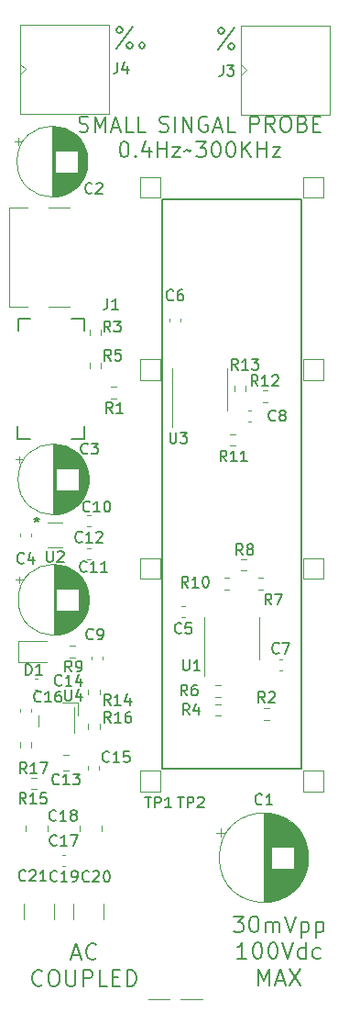
<source format=gbr>
%TF.GenerationSoftware,KiCad,Pcbnew,(6.99.0-1665-g4ee6cfe5b6)*%
%TF.CreationDate,2022-06-28T13:02:27+08:00*%
%TF.ProjectId,NoiseAmplifyingProbe,4e6f6973-6541-46d7-906c-696679696e67,rev?*%
%TF.SameCoordinates,Original*%
%TF.FileFunction,Legend,Top*%
%TF.FilePolarity,Positive*%
%FSLAX46Y46*%
G04 Gerber Fmt 4.6, Leading zero omitted, Abs format (unit mm)*
G04 Created by KiCad (PCBNEW (6.99.0-1665-g4ee6cfe5b6)) date 2022-06-28 13:02:27*
%MOMM*%
%LPD*%
G01*
G04 APERTURE LIST*
%ADD10C,0.150000*%
%ADD11C,0.120000*%
G04 APERTURE END LIST*
D10*
X156700000Y-66300000D02*
X156700000Y-99100000D01*
X156700000Y-118800000D02*
X143800000Y-118800000D01*
X143800000Y-66300000D02*
X156700000Y-66300000D01*
X143800000Y-99100000D02*
X143800000Y-66300000D01*
X156700000Y-99100000D02*
X156700000Y-118800000D01*
X143800000Y-118800000D02*
X143800000Y-99100000D01*
X136150286Y-59994057D02*
X136356001Y-60062628D01*
X136356001Y-60062628D02*
X136698858Y-60062628D01*
X136698858Y-60062628D02*
X136836001Y-59994057D01*
X136836001Y-59994057D02*
X136904572Y-59925485D01*
X136904572Y-59925485D02*
X136973143Y-59788342D01*
X136973143Y-59788342D02*
X136973143Y-59651200D01*
X136973143Y-59651200D02*
X136904572Y-59514057D01*
X136904572Y-59514057D02*
X136836001Y-59445485D01*
X136836001Y-59445485D02*
X136698858Y-59376914D01*
X136698858Y-59376914D02*
X136424572Y-59308342D01*
X136424572Y-59308342D02*
X136287429Y-59239771D01*
X136287429Y-59239771D02*
X136218858Y-59171200D01*
X136218858Y-59171200D02*
X136150286Y-59034057D01*
X136150286Y-59034057D02*
X136150286Y-58896914D01*
X136150286Y-58896914D02*
X136218858Y-58759771D01*
X136218858Y-58759771D02*
X136287429Y-58691200D01*
X136287429Y-58691200D02*
X136424572Y-58622628D01*
X136424572Y-58622628D02*
X136767429Y-58622628D01*
X136767429Y-58622628D02*
X136973143Y-58691200D01*
X137590287Y-60062628D02*
X137590287Y-58622628D01*
X137590287Y-58622628D02*
X138070287Y-59651200D01*
X138070287Y-59651200D02*
X138550287Y-58622628D01*
X138550287Y-58622628D02*
X138550287Y-60062628D01*
X139167429Y-59651200D02*
X139853144Y-59651200D01*
X139030286Y-60062628D02*
X139510286Y-58622628D01*
X139510286Y-58622628D02*
X139990286Y-60062628D01*
X141156001Y-60062628D02*
X140470287Y-60062628D01*
X140470287Y-60062628D02*
X140470287Y-58622628D01*
X142321715Y-60062628D02*
X141636001Y-60062628D01*
X141636001Y-60062628D02*
X141636001Y-58622628D01*
X143597143Y-59994057D02*
X143802858Y-60062628D01*
X143802858Y-60062628D02*
X144145715Y-60062628D01*
X144145715Y-60062628D02*
X144282858Y-59994057D01*
X144282858Y-59994057D02*
X144351429Y-59925485D01*
X144351429Y-59925485D02*
X144420000Y-59788342D01*
X144420000Y-59788342D02*
X144420000Y-59651200D01*
X144420000Y-59651200D02*
X144351429Y-59514057D01*
X144351429Y-59514057D02*
X144282858Y-59445485D01*
X144282858Y-59445485D02*
X144145715Y-59376914D01*
X144145715Y-59376914D02*
X143871429Y-59308342D01*
X143871429Y-59308342D02*
X143734286Y-59239771D01*
X143734286Y-59239771D02*
X143665715Y-59171200D01*
X143665715Y-59171200D02*
X143597143Y-59034057D01*
X143597143Y-59034057D02*
X143597143Y-58896914D01*
X143597143Y-58896914D02*
X143665715Y-58759771D01*
X143665715Y-58759771D02*
X143734286Y-58691200D01*
X143734286Y-58691200D02*
X143871429Y-58622628D01*
X143871429Y-58622628D02*
X144214286Y-58622628D01*
X144214286Y-58622628D02*
X144420000Y-58691200D01*
X145037144Y-60062628D02*
X145037144Y-58622628D01*
X145722858Y-60062628D02*
X145722858Y-58622628D01*
X145722858Y-58622628D02*
X146545715Y-60062628D01*
X146545715Y-60062628D02*
X146545715Y-58622628D01*
X147985714Y-58691200D02*
X147848572Y-58622628D01*
X147848572Y-58622628D02*
X147642857Y-58622628D01*
X147642857Y-58622628D02*
X147437143Y-58691200D01*
X147437143Y-58691200D02*
X147300000Y-58828342D01*
X147300000Y-58828342D02*
X147231429Y-58965485D01*
X147231429Y-58965485D02*
X147162857Y-59239771D01*
X147162857Y-59239771D02*
X147162857Y-59445485D01*
X147162857Y-59445485D02*
X147231429Y-59719771D01*
X147231429Y-59719771D02*
X147300000Y-59856914D01*
X147300000Y-59856914D02*
X147437143Y-59994057D01*
X147437143Y-59994057D02*
X147642857Y-60062628D01*
X147642857Y-60062628D02*
X147780000Y-60062628D01*
X147780000Y-60062628D02*
X147985714Y-59994057D01*
X147985714Y-59994057D02*
X148054286Y-59925485D01*
X148054286Y-59925485D02*
X148054286Y-59445485D01*
X148054286Y-59445485D02*
X147780000Y-59445485D01*
X148602857Y-59651200D02*
X149288572Y-59651200D01*
X148465714Y-60062628D02*
X148945714Y-58622628D01*
X148945714Y-58622628D02*
X149425714Y-60062628D01*
X150591429Y-60062628D02*
X149905715Y-60062628D01*
X149905715Y-60062628D02*
X149905715Y-58622628D01*
X151935429Y-60062628D02*
X151935429Y-58622628D01*
X151935429Y-58622628D02*
X152484000Y-58622628D01*
X152484000Y-58622628D02*
X152621143Y-58691200D01*
X152621143Y-58691200D02*
X152689714Y-58759771D01*
X152689714Y-58759771D02*
X152758286Y-58896914D01*
X152758286Y-58896914D02*
X152758286Y-59102628D01*
X152758286Y-59102628D02*
X152689714Y-59239771D01*
X152689714Y-59239771D02*
X152621143Y-59308342D01*
X152621143Y-59308342D02*
X152484000Y-59376914D01*
X152484000Y-59376914D02*
X151935429Y-59376914D01*
X154198286Y-60062628D02*
X153718286Y-59376914D01*
X153375429Y-60062628D02*
X153375429Y-58622628D01*
X153375429Y-58622628D02*
X153924000Y-58622628D01*
X153924000Y-58622628D02*
X154061143Y-58691200D01*
X154061143Y-58691200D02*
X154129714Y-58759771D01*
X154129714Y-58759771D02*
X154198286Y-58896914D01*
X154198286Y-58896914D02*
X154198286Y-59102628D01*
X154198286Y-59102628D02*
X154129714Y-59239771D01*
X154129714Y-59239771D02*
X154061143Y-59308342D01*
X154061143Y-59308342D02*
X153924000Y-59376914D01*
X153924000Y-59376914D02*
X153375429Y-59376914D01*
X155089714Y-58622628D02*
X155364000Y-58622628D01*
X155364000Y-58622628D02*
X155501143Y-58691200D01*
X155501143Y-58691200D02*
X155638286Y-58828342D01*
X155638286Y-58828342D02*
X155706857Y-59102628D01*
X155706857Y-59102628D02*
X155706857Y-59582628D01*
X155706857Y-59582628D02*
X155638286Y-59856914D01*
X155638286Y-59856914D02*
X155501143Y-59994057D01*
X155501143Y-59994057D02*
X155364000Y-60062628D01*
X155364000Y-60062628D02*
X155089714Y-60062628D01*
X155089714Y-60062628D02*
X154952572Y-59994057D01*
X154952572Y-59994057D02*
X154815429Y-59856914D01*
X154815429Y-59856914D02*
X154746857Y-59582628D01*
X154746857Y-59582628D02*
X154746857Y-59102628D01*
X154746857Y-59102628D02*
X154815429Y-58828342D01*
X154815429Y-58828342D02*
X154952572Y-58691200D01*
X154952572Y-58691200D02*
X155089714Y-58622628D01*
X156804000Y-59308342D02*
X157009714Y-59376914D01*
X157009714Y-59376914D02*
X157078285Y-59445485D01*
X157078285Y-59445485D02*
X157146857Y-59582628D01*
X157146857Y-59582628D02*
X157146857Y-59788342D01*
X157146857Y-59788342D02*
X157078285Y-59925485D01*
X157078285Y-59925485D02*
X157009714Y-59994057D01*
X157009714Y-59994057D02*
X156872571Y-60062628D01*
X156872571Y-60062628D02*
X156324000Y-60062628D01*
X156324000Y-60062628D02*
X156324000Y-58622628D01*
X156324000Y-58622628D02*
X156804000Y-58622628D01*
X156804000Y-58622628D02*
X156941143Y-58691200D01*
X156941143Y-58691200D02*
X157009714Y-58759771D01*
X157009714Y-58759771D02*
X157078285Y-58896914D01*
X157078285Y-58896914D02*
X157078285Y-59034057D01*
X157078285Y-59034057D02*
X157009714Y-59171200D01*
X157009714Y-59171200D02*
X156941143Y-59239771D01*
X156941143Y-59239771D02*
X156804000Y-59308342D01*
X156804000Y-59308342D02*
X156324000Y-59308342D01*
X157764000Y-59308342D02*
X158244000Y-59308342D01*
X158449714Y-60062628D02*
X157764000Y-60062628D01*
X157764000Y-60062628D02*
X157764000Y-58622628D01*
X157764000Y-58622628D02*
X158449714Y-58622628D01*
X140237142Y-60955428D02*
X140374285Y-60955428D01*
X140374285Y-60955428D02*
X140511428Y-61024000D01*
X140511428Y-61024000D02*
X140580000Y-61092571D01*
X140580000Y-61092571D02*
X140648571Y-61229714D01*
X140648571Y-61229714D02*
X140717142Y-61504000D01*
X140717142Y-61504000D02*
X140717142Y-61846857D01*
X140717142Y-61846857D02*
X140648571Y-62121142D01*
X140648571Y-62121142D02*
X140580000Y-62258285D01*
X140580000Y-62258285D02*
X140511428Y-62326857D01*
X140511428Y-62326857D02*
X140374285Y-62395428D01*
X140374285Y-62395428D02*
X140237142Y-62395428D01*
X140237142Y-62395428D02*
X140100000Y-62326857D01*
X140100000Y-62326857D02*
X140031428Y-62258285D01*
X140031428Y-62258285D02*
X139962857Y-62121142D01*
X139962857Y-62121142D02*
X139894285Y-61846857D01*
X139894285Y-61846857D02*
X139894285Y-61504000D01*
X139894285Y-61504000D02*
X139962857Y-61229714D01*
X139962857Y-61229714D02*
X140031428Y-61092571D01*
X140031428Y-61092571D02*
X140100000Y-61024000D01*
X140100000Y-61024000D02*
X140237142Y-60955428D01*
X141334286Y-62258285D02*
X141402857Y-62326857D01*
X141402857Y-62326857D02*
X141334286Y-62395428D01*
X141334286Y-62395428D02*
X141265714Y-62326857D01*
X141265714Y-62326857D02*
X141334286Y-62258285D01*
X141334286Y-62258285D02*
X141334286Y-62395428D01*
X142637143Y-61435428D02*
X142637143Y-62395428D01*
X142294285Y-60886857D02*
X141951428Y-61915428D01*
X141951428Y-61915428D02*
X142842857Y-61915428D01*
X143391429Y-62395428D02*
X143391429Y-60955428D01*
X143391429Y-61641142D02*
X144214286Y-61641142D01*
X144214286Y-62395428D02*
X144214286Y-60955428D01*
X144762857Y-61435428D02*
X145517143Y-61435428D01*
X145517143Y-61435428D02*
X144762857Y-62395428D01*
X144762857Y-62395428D02*
X145517143Y-62395428D01*
X145859999Y-61846857D02*
X145928571Y-61778285D01*
X145928571Y-61778285D02*
X146065714Y-61709714D01*
X146065714Y-61709714D02*
X146339999Y-61846857D01*
X146339999Y-61846857D02*
X146477142Y-61778285D01*
X146477142Y-61778285D02*
X146545714Y-61709714D01*
X146957142Y-60955428D02*
X147848570Y-60955428D01*
X147848570Y-60955428D02*
X147368570Y-61504000D01*
X147368570Y-61504000D02*
X147574285Y-61504000D01*
X147574285Y-61504000D02*
X147711428Y-61572571D01*
X147711428Y-61572571D02*
X147779999Y-61641142D01*
X147779999Y-61641142D02*
X147848570Y-61778285D01*
X147848570Y-61778285D02*
X147848570Y-62121142D01*
X147848570Y-62121142D02*
X147779999Y-62258285D01*
X147779999Y-62258285D02*
X147711428Y-62326857D01*
X147711428Y-62326857D02*
X147574285Y-62395428D01*
X147574285Y-62395428D02*
X147162856Y-62395428D01*
X147162856Y-62395428D02*
X147025713Y-62326857D01*
X147025713Y-62326857D02*
X146957142Y-62258285D01*
X148739999Y-60955428D02*
X148877142Y-60955428D01*
X148877142Y-60955428D02*
X149014285Y-61024000D01*
X149014285Y-61024000D02*
X149082857Y-61092571D01*
X149082857Y-61092571D02*
X149151428Y-61229714D01*
X149151428Y-61229714D02*
X149219999Y-61504000D01*
X149219999Y-61504000D02*
X149219999Y-61846857D01*
X149219999Y-61846857D02*
X149151428Y-62121142D01*
X149151428Y-62121142D02*
X149082857Y-62258285D01*
X149082857Y-62258285D02*
X149014285Y-62326857D01*
X149014285Y-62326857D02*
X148877142Y-62395428D01*
X148877142Y-62395428D02*
X148739999Y-62395428D01*
X148739999Y-62395428D02*
X148602857Y-62326857D01*
X148602857Y-62326857D02*
X148534285Y-62258285D01*
X148534285Y-62258285D02*
X148465714Y-62121142D01*
X148465714Y-62121142D02*
X148397142Y-61846857D01*
X148397142Y-61846857D02*
X148397142Y-61504000D01*
X148397142Y-61504000D02*
X148465714Y-61229714D01*
X148465714Y-61229714D02*
X148534285Y-61092571D01*
X148534285Y-61092571D02*
X148602857Y-61024000D01*
X148602857Y-61024000D02*
X148739999Y-60955428D01*
X150111428Y-60955428D02*
X150248571Y-60955428D01*
X150248571Y-60955428D02*
X150385714Y-61024000D01*
X150385714Y-61024000D02*
X150454286Y-61092571D01*
X150454286Y-61092571D02*
X150522857Y-61229714D01*
X150522857Y-61229714D02*
X150591428Y-61504000D01*
X150591428Y-61504000D02*
X150591428Y-61846857D01*
X150591428Y-61846857D02*
X150522857Y-62121142D01*
X150522857Y-62121142D02*
X150454286Y-62258285D01*
X150454286Y-62258285D02*
X150385714Y-62326857D01*
X150385714Y-62326857D02*
X150248571Y-62395428D01*
X150248571Y-62395428D02*
X150111428Y-62395428D01*
X150111428Y-62395428D02*
X149974286Y-62326857D01*
X149974286Y-62326857D02*
X149905714Y-62258285D01*
X149905714Y-62258285D02*
X149837143Y-62121142D01*
X149837143Y-62121142D02*
X149768571Y-61846857D01*
X149768571Y-61846857D02*
X149768571Y-61504000D01*
X149768571Y-61504000D02*
X149837143Y-61229714D01*
X149837143Y-61229714D02*
X149905714Y-61092571D01*
X149905714Y-61092571D02*
X149974286Y-61024000D01*
X149974286Y-61024000D02*
X150111428Y-60955428D01*
X151208572Y-62395428D02*
X151208572Y-60955428D01*
X152031429Y-62395428D02*
X151414286Y-61572571D01*
X152031429Y-60955428D02*
X151208572Y-61778285D01*
X152648572Y-62395428D02*
X152648572Y-60955428D01*
X152648572Y-61641142D02*
X153471429Y-61641142D01*
X153471429Y-62395428D02*
X153471429Y-60955428D01*
X154020000Y-61435428D02*
X154774286Y-61435428D01*
X154774286Y-61435428D02*
X154020000Y-62395428D01*
X154020000Y-62395428D02*
X154774286Y-62395428D01*
X148978095Y-52454761D02*
X150501904Y-50454761D01*
X149263809Y-50454761D02*
X149454285Y-50550000D01*
X149454285Y-50550000D02*
X149549523Y-50740476D01*
X149549523Y-50740476D02*
X149454285Y-50930952D01*
X149454285Y-50930952D02*
X149263809Y-51026190D01*
X149263809Y-51026190D02*
X149073333Y-50930952D01*
X149073333Y-50930952D02*
X148978095Y-50740476D01*
X148978095Y-50740476D02*
X149073333Y-50550000D01*
X149073333Y-50550000D02*
X149263809Y-50454761D01*
X150406666Y-52359523D02*
X150501904Y-52169047D01*
X150501904Y-52169047D02*
X150406666Y-51978571D01*
X150406666Y-51978571D02*
X150216190Y-51883333D01*
X150216190Y-51883333D02*
X150025714Y-51978571D01*
X150025714Y-51978571D02*
X149930476Y-52169047D01*
X149930476Y-52169047D02*
X150025714Y-52359523D01*
X150025714Y-52359523D02*
X150216190Y-52454761D01*
X150216190Y-52454761D02*
X150406666Y-52359523D01*
X139576667Y-52374761D02*
X141100476Y-50374761D01*
X139862381Y-50374761D02*
X140052857Y-50470000D01*
X140052857Y-50470000D02*
X140148095Y-50660476D01*
X140148095Y-50660476D02*
X140052857Y-50850952D01*
X140052857Y-50850952D02*
X139862381Y-50946190D01*
X139862381Y-50946190D02*
X139671905Y-50850952D01*
X139671905Y-50850952D02*
X139576667Y-50660476D01*
X139576667Y-50660476D02*
X139671905Y-50470000D01*
X139671905Y-50470000D02*
X139862381Y-50374761D01*
X141957619Y-51803333D02*
X142148095Y-51898571D01*
X142148095Y-51898571D02*
X142243334Y-52089047D01*
X142243334Y-52089047D02*
X142148095Y-52279523D01*
X142148095Y-52279523D02*
X141957619Y-52374761D01*
X141957619Y-52374761D02*
X141767143Y-52279523D01*
X141767143Y-52279523D02*
X141671905Y-52089047D01*
X141671905Y-52089047D02*
X141767143Y-51898571D01*
X141767143Y-51898571D02*
X141957619Y-51803333D01*
X141005238Y-52279523D02*
X141100476Y-52089047D01*
X141100476Y-52089047D02*
X141005238Y-51898571D01*
X141005238Y-51898571D02*
X140814762Y-51803333D01*
X140814762Y-51803333D02*
X140624286Y-51898571D01*
X140624286Y-51898571D02*
X140529048Y-52089047D01*
X140529048Y-52089047D02*
X140624286Y-52279523D01*
X140624286Y-52279523D02*
X140814762Y-52374761D01*
X140814762Y-52374761D02*
X141005238Y-52279523D01*
X150385714Y-132371071D02*
X151314286Y-132371071D01*
X151314286Y-132371071D02*
X150814286Y-132942500D01*
X150814286Y-132942500D02*
X151028571Y-132942500D01*
X151028571Y-132942500D02*
X151171429Y-133013928D01*
X151171429Y-133013928D02*
X151242857Y-133085357D01*
X151242857Y-133085357D02*
X151314286Y-133228214D01*
X151314286Y-133228214D02*
X151314286Y-133585357D01*
X151314286Y-133585357D02*
X151242857Y-133728214D01*
X151242857Y-133728214D02*
X151171429Y-133799642D01*
X151171429Y-133799642D02*
X151028571Y-133871071D01*
X151028571Y-133871071D02*
X150600000Y-133871071D01*
X150600000Y-133871071D02*
X150457143Y-133799642D01*
X150457143Y-133799642D02*
X150385714Y-133728214D01*
X152242857Y-132371071D02*
X152385714Y-132371071D01*
X152385714Y-132371071D02*
X152528571Y-132442500D01*
X152528571Y-132442500D02*
X152600000Y-132513928D01*
X152600000Y-132513928D02*
X152671428Y-132656785D01*
X152671428Y-132656785D02*
X152742857Y-132942500D01*
X152742857Y-132942500D02*
X152742857Y-133299642D01*
X152742857Y-133299642D02*
X152671428Y-133585357D01*
X152671428Y-133585357D02*
X152600000Y-133728214D01*
X152600000Y-133728214D02*
X152528571Y-133799642D01*
X152528571Y-133799642D02*
X152385714Y-133871071D01*
X152385714Y-133871071D02*
X152242857Y-133871071D01*
X152242857Y-133871071D02*
X152100000Y-133799642D01*
X152100000Y-133799642D02*
X152028571Y-133728214D01*
X152028571Y-133728214D02*
X151957142Y-133585357D01*
X151957142Y-133585357D02*
X151885714Y-133299642D01*
X151885714Y-133299642D02*
X151885714Y-132942500D01*
X151885714Y-132942500D02*
X151957142Y-132656785D01*
X151957142Y-132656785D02*
X152028571Y-132513928D01*
X152028571Y-132513928D02*
X152100000Y-132442500D01*
X152100000Y-132442500D02*
X152242857Y-132371071D01*
X153385713Y-133871071D02*
X153385713Y-132871071D01*
X153385713Y-133013928D02*
X153457142Y-132942500D01*
X153457142Y-132942500D02*
X153599999Y-132871071D01*
X153599999Y-132871071D02*
X153814285Y-132871071D01*
X153814285Y-132871071D02*
X153957142Y-132942500D01*
X153957142Y-132942500D02*
X154028571Y-133085357D01*
X154028571Y-133085357D02*
X154028571Y-133871071D01*
X154028571Y-133085357D02*
X154099999Y-132942500D01*
X154099999Y-132942500D02*
X154242856Y-132871071D01*
X154242856Y-132871071D02*
X154457142Y-132871071D01*
X154457142Y-132871071D02*
X154599999Y-132942500D01*
X154599999Y-132942500D02*
X154671428Y-133085357D01*
X154671428Y-133085357D02*
X154671428Y-133871071D01*
X155171428Y-132371071D02*
X155671428Y-133871071D01*
X155671428Y-133871071D02*
X156171428Y-132371071D01*
X156671427Y-132871071D02*
X156671427Y-134371071D01*
X156671427Y-132942500D02*
X156814285Y-132871071D01*
X156814285Y-132871071D02*
X157099999Y-132871071D01*
X157099999Y-132871071D02*
X157242856Y-132942500D01*
X157242856Y-132942500D02*
X157314285Y-133013928D01*
X157314285Y-133013928D02*
X157385713Y-133156785D01*
X157385713Y-133156785D02*
X157385713Y-133585357D01*
X157385713Y-133585357D02*
X157314285Y-133728214D01*
X157314285Y-133728214D02*
X157242856Y-133799642D01*
X157242856Y-133799642D02*
X157099999Y-133871071D01*
X157099999Y-133871071D02*
X156814285Y-133871071D01*
X156814285Y-133871071D02*
X156671427Y-133799642D01*
X158028570Y-132871071D02*
X158028570Y-134371071D01*
X158028570Y-132942500D02*
X158171428Y-132871071D01*
X158171428Y-132871071D02*
X158457142Y-132871071D01*
X158457142Y-132871071D02*
X158599999Y-132942500D01*
X158599999Y-132942500D02*
X158671428Y-133013928D01*
X158671428Y-133013928D02*
X158742856Y-133156785D01*
X158742856Y-133156785D02*
X158742856Y-133585357D01*
X158742856Y-133585357D02*
X158671428Y-133728214D01*
X158671428Y-133728214D02*
X158599999Y-133799642D01*
X158599999Y-133799642D02*
X158457142Y-133871071D01*
X158457142Y-133871071D02*
X158171428Y-133871071D01*
X158171428Y-133871071D02*
X158028570Y-133799642D01*
X151635715Y-136301071D02*
X150778572Y-136301071D01*
X151207143Y-136301071D02*
X151207143Y-134801071D01*
X151207143Y-134801071D02*
X151064286Y-135015357D01*
X151064286Y-135015357D02*
X150921429Y-135158214D01*
X150921429Y-135158214D02*
X150778572Y-135229642D01*
X152564286Y-134801071D02*
X152707143Y-134801071D01*
X152707143Y-134801071D02*
X152850000Y-134872500D01*
X152850000Y-134872500D02*
X152921429Y-134943928D01*
X152921429Y-134943928D02*
X152992857Y-135086785D01*
X152992857Y-135086785D02*
X153064286Y-135372500D01*
X153064286Y-135372500D02*
X153064286Y-135729642D01*
X153064286Y-135729642D02*
X152992857Y-136015357D01*
X152992857Y-136015357D02*
X152921429Y-136158214D01*
X152921429Y-136158214D02*
X152850000Y-136229642D01*
X152850000Y-136229642D02*
X152707143Y-136301071D01*
X152707143Y-136301071D02*
X152564286Y-136301071D01*
X152564286Y-136301071D02*
X152421429Y-136229642D01*
X152421429Y-136229642D02*
X152350000Y-136158214D01*
X152350000Y-136158214D02*
X152278571Y-136015357D01*
X152278571Y-136015357D02*
X152207143Y-135729642D01*
X152207143Y-135729642D02*
X152207143Y-135372500D01*
X152207143Y-135372500D02*
X152278571Y-135086785D01*
X152278571Y-135086785D02*
X152350000Y-134943928D01*
X152350000Y-134943928D02*
X152421429Y-134872500D01*
X152421429Y-134872500D02*
X152564286Y-134801071D01*
X153992857Y-134801071D02*
X154135714Y-134801071D01*
X154135714Y-134801071D02*
X154278571Y-134872500D01*
X154278571Y-134872500D02*
X154350000Y-134943928D01*
X154350000Y-134943928D02*
X154421428Y-135086785D01*
X154421428Y-135086785D02*
X154492857Y-135372500D01*
X154492857Y-135372500D02*
X154492857Y-135729642D01*
X154492857Y-135729642D02*
X154421428Y-136015357D01*
X154421428Y-136015357D02*
X154350000Y-136158214D01*
X154350000Y-136158214D02*
X154278571Y-136229642D01*
X154278571Y-136229642D02*
X154135714Y-136301071D01*
X154135714Y-136301071D02*
X153992857Y-136301071D01*
X153992857Y-136301071D02*
X153850000Y-136229642D01*
X153850000Y-136229642D02*
X153778571Y-136158214D01*
X153778571Y-136158214D02*
X153707142Y-136015357D01*
X153707142Y-136015357D02*
X153635714Y-135729642D01*
X153635714Y-135729642D02*
X153635714Y-135372500D01*
X153635714Y-135372500D02*
X153707142Y-135086785D01*
X153707142Y-135086785D02*
X153778571Y-134943928D01*
X153778571Y-134943928D02*
X153850000Y-134872500D01*
X153850000Y-134872500D02*
X153992857Y-134801071D01*
X154921428Y-134801071D02*
X155421428Y-136301071D01*
X155421428Y-136301071D02*
X155921428Y-134801071D01*
X157064285Y-136301071D02*
X157064285Y-134801071D01*
X157064285Y-136229642D02*
X156921427Y-136301071D01*
X156921427Y-136301071D02*
X156635713Y-136301071D01*
X156635713Y-136301071D02*
X156492856Y-136229642D01*
X156492856Y-136229642D02*
X156421427Y-136158214D01*
X156421427Y-136158214D02*
X156349999Y-136015357D01*
X156349999Y-136015357D02*
X156349999Y-135586785D01*
X156349999Y-135586785D02*
X156421427Y-135443928D01*
X156421427Y-135443928D02*
X156492856Y-135372500D01*
X156492856Y-135372500D02*
X156635713Y-135301071D01*
X156635713Y-135301071D02*
X156921427Y-135301071D01*
X156921427Y-135301071D02*
X157064285Y-135372500D01*
X158421428Y-136229642D02*
X158278570Y-136301071D01*
X158278570Y-136301071D02*
X157992856Y-136301071D01*
X157992856Y-136301071D02*
X157849999Y-136229642D01*
X157849999Y-136229642D02*
X157778570Y-136158214D01*
X157778570Y-136158214D02*
X157707142Y-136015357D01*
X157707142Y-136015357D02*
X157707142Y-135586785D01*
X157707142Y-135586785D02*
X157778570Y-135443928D01*
X157778570Y-135443928D02*
X157849999Y-135372500D01*
X157849999Y-135372500D02*
X157992856Y-135301071D01*
X157992856Y-135301071D02*
X158278570Y-135301071D01*
X158278570Y-135301071D02*
X158421428Y-135372500D01*
X152742857Y-138731071D02*
X152742857Y-137231071D01*
X152742857Y-137231071D02*
X153242857Y-138302500D01*
X153242857Y-138302500D02*
X153742857Y-137231071D01*
X153742857Y-137231071D02*
X153742857Y-138731071D01*
X154385715Y-138302500D02*
X155100001Y-138302500D01*
X154242858Y-138731071D02*
X154742858Y-137231071D01*
X154742858Y-137231071D02*
X155242858Y-138731071D01*
X155600000Y-137231071D02*
X156600000Y-138731071D01*
X156600000Y-137231071D02*
X155600000Y-138731071D01*
X135517857Y-135957500D02*
X136232143Y-135957500D01*
X135375000Y-136386071D02*
X135875000Y-134886071D01*
X135875000Y-134886071D02*
X136375000Y-136386071D01*
X137732142Y-136243214D02*
X137660714Y-136314642D01*
X137660714Y-136314642D02*
X137446428Y-136386071D01*
X137446428Y-136386071D02*
X137303571Y-136386071D01*
X137303571Y-136386071D02*
X137089285Y-136314642D01*
X137089285Y-136314642D02*
X136946428Y-136171785D01*
X136946428Y-136171785D02*
X136874999Y-136028928D01*
X136874999Y-136028928D02*
X136803571Y-135743214D01*
X136803571Y-135743214D02*
X136803571Y-135528928D01*
X136803571Y-135528928D02*
X136874999Y-135243214D01*
X136874999Y-135243214D02*
X136946428Y-135100357D01*
X136946428Y-135100357D02*
X137089285Y-134957500D01*
X137089285Y-134957500D02*
X137303571Y-134886071D01*
X137303571Y-134886071D02*
X137446428Y-134886071D01*
X137446428Y-134886071D02*
X137660714Y-134957500D01*
X137660714Y-134957500D02*
X137732142Y-135028928D01*
X132732142Y-138673214D02*
X132660714Y-138744642D01*
X132660714Y-138744642D02*
X132446428Y-138816071D01*
X132446428Y-138816071D02*
X132303571Y-138816071D01*
X132303571Y-138816071D02*
X132089285Y-138744642D01*
X132089285Y-138744642D02*
X131946428Y-138601785D01*
X131946428Y-138601785D02*
X131874999Y-138458928D01*
X131874999Y-138458928D02*
X131803571Y-138173214D01*
X131803571Y-138173214D02*
X131803571Y-137958928D01*
X131803571Y-137958928D02*
X131874999Y-137673214D01*
X131874999Y-137673214D02*
X131946428Y-137530357D01*
X131946428Y-137530357D02*
X132089285Y-137387500D01*
X132089285Y-137387500D02*
X132303571Y-137316071D01*
X132303571Y-137316071D02*
X132446428Y-137316071D01*
X132446428Y-137316071D02*
X132660714Y-137387500D01*
X132660714Y-137387500D02*
X132732142Y-137458928D01*
X133660714Y-137316071D02*
X133946428Y-137316071D01*
X133946428Y-137316071D02*
X134089285Y-137387500D01*
X134089285Y-137387500D02*
X134232142Y-137530357D01*
X134232142Y-137530357D02*
X134303571Y-137816071D01*
X134303571Y-137816071D02*
X134303571Y-138316071D01*
X134303571Y-138316071D02*
X134232142Y-138601785D01*
X134232142Y-138601785D02*
X134089285Y-138744642D01*
X134089285Y-138744642D02*
X133946428Y-138816071D01*
X133946428Y-138816071D02*
X133660714Y-138816071D01*
X133660714Y-138816071D02*
X133517857Y-138744642D01*
X133517857Y-138744642D02*
X133374999Y-138601785D01*
X133374999Y-138601785D02*
X133303571Y-138316071D01*
X133303571Y-138316071D02*
X133303571Y-137816071D01*
X133303571Y-137816071D02*
X133374999Y-137530357D01*
X133374999Y-137530357D02*
X133517857Y-137387500D01*
X133517857Y-137387500D02*
X133660714Y-137316071D01*
X134946428Y-137316071D02*
X134946428Y-138530357D01*
X134946428Y-138530357D02*
X135017857Y-138673214D01*
X135017857Y-138673214D02*
X135089286Y-138744642D01*
X135089286Y-138744642D02*
X135232143Y-138816071D01*
X135232143Y-138816071D02*
X135517857Y-138816071D01*
X135517857Y-138816071D02*
X135660714Y-138744642D01*
X135660714Y-138744642D02*
X135732143Y-138673214D01*
X135732143Y-138673214D02*
X135803571Y-138530357D01*
X135803571Y-138530357D02*
X135803571Y-137316071D01*
X136517857Y-138816071D02*
X136517857Y-137316071D01*
X136517857Y-137316071D02*
X137089286Y-137316071D01*
X137089286Y-137316071D02*
X137232143Y-137387500D01*
X137232143Y-137387500D02*
X137303572Y-137458928D01*
X137303572Y-137458928D02*
X137375000Y-137601785D01*
X137375000Y-137601785D02*
X137375000Y-137816071D01*
X137375000Y-137816071D02*
X137303572Y-137958928D01*
X137303572Y-137958928D02*
X137232143Y-138030357D01*
X137232143Y-138030357D02*
X137089286Y-138101785D01*
X137089286Y-138101785D02*
X136517857Y-138101785D01*
X138732143Y-138816071D02*
X138017857Y-138816071D01*
X138017857Y-138816071D02*
X138017857Y-137316071D01*
X139232143Y-138030357D02*
X139732143Y-138030357D01*
X139946429Y-138816071D02*
X139232143Y-138816071D01*
X139232143Y-138816071D02*
X139232143Y-137316071D01*
X139232143Y-137316071D02*
X139946429Y-137316071D01*
X140589286Y-138816071D02*
X140589286Y-137316071D01*
X140589286Y-137316071D02*
X140946429Y-137316071D01*
X140946429Y-137316071D02*
X141160715Y-137387500D01*
X141160715Y-137387500D02*
X141303572Y-137530357D01*
X141303572Y-137530357D02*
X141375001Y-137673214D01*
X141375001Y-137673214D02*
X141446429Y-137958928D01*
X141446429Y-137958928D02*
X141446429Y-138173214D01*
X141446429Y-138173214D02*
X141375001Y-138458928D01*
X141375001Y-138458928D02*
X141303572Y-138601785D01*
X141303572Y-138601785D02*
X141160715Y-138744642D01*
X141160715Y-138744642D02*
X140946429Y-138816071D01*
X140946429Y-138816071D02*
X140589286Y-138816071D01*
%TO.C,R5*%
X139083333Y-81142380D02*
X138750000Y-80666190D01*
X138511905Y-81142380D02*
X138511905Y-80142380D01*
X138511905Y-80142380D02*
X138892857Y-80142380D01*
X138892857Y-80142380D02*
X138988095Y-80190000D01*
X138988095Y-80190000D02*
X139035714Y-80237619D01*
X139035714Y-80237619D02*
X139083333Y-80332857D01*
X139083333Y-80332857D02*
X139083333Y-80475714D01*
X139083333Y-80475714D02*
X139035714Y-80570952D01*
X139035714Y-80570952D02*
X138988095Y-80618571D01*
X138988095Y-80618571D02*
X138892857Y-80666190D01*
X138892857Y-80666190D02*
X138511905Y-80666190D01*
X139988095Y-80142380D02*
X139511905Y-80142380D01*
X139511905Y-80142380D02*
X139464286Y-80618571D01*
X139464286Y-80618571D02*
X139511905Y-80570952D01*
X139511905Y-80570952D02*
X139607143Y-80523333D01*
X139607143Y-80523333D02*
X139845238Y-80523333D01*
X139845238Y-80523333D02*
X139940476Y-80570952D01*
X139940476Y-80570952D02*
X139988095Y-80618571D01*
X139988095Y-80618571D02*
X140035714Y-80713809D01*
X140035714Y-80713809D02*
X140035714Y-80951904D01*
X140035714Y-80951904D02*
X139988095Y-81047142D01*
X139988095Y-81047142D02*
X139940476Y-81094761D01*
X139940476Y-81094761D02*
X139845238Y-81142380D01*
X139845238Y-81142380D02*
X139607143Y-81142380D01*
X139607143Y-81142380D02*
X139511905Y-81094761D01*
X139511905Y-81094761D02*
X139464286Y-81047142D01*
%TO.C,U4*%
X134838095Y-111492380D02*
X134838095Y-112301904D01*
X134838095Y-112301904D02*
X134885714Y-112397142D01*
X134885714Y-112397142D02*
X134933333Y-112444761D01*
X134933333Y-112444761D02*
X135028571Y-112492380D01*
X135028571Y-112492380D02*
X135219047Y-112492380D01*
X135219047Y-112492380D02*
X135314285Y-112444761D01*
X135314285Y-112444761D02*
X135361904Y-112397142D01*
X135361904Y-112397142D02*
X135409523Y-112301904D01*
X135409523Y-112301904D02*
X135409523Y-111492380D01*
X136314285Y-111825714D02*
X136314285Y-112492380D01*
X136076190Y-111444761D02*
X135838095Y-112159047D01*
X135838095Y-112159047D02*
X136457142Y-112159047D01*
%TO.C,C3*%
X136933333Y-89672142D02*
X136885714Y-89719761D01*
X136885714Y-89719761D02*
X136742857Y-89767380D01*
X136742857Y-89767380D02*
X136647619Y-89767380D01*
X136647619Y-89767380D02*
X136504762Y-89719761D01*
X136504762Y-89719761D02*
X136409524Y-89624523D01*
X136409524Y-89624523D02*
X136361905Y-89529285D01*
X136361905Y-89529285D02*
X136314286Y-89338809D01*
X136314286Y-89338809D02*
X136314286Y-89195952D01*
X136314286Y-89195952D02*
X136361905Y-89005476D01*
X136361905Y-89005476D02*
X136409524Y-88910238D01*
X136409524Y-88910238D02*
X136504762Y-88815000D01*
X136504762Y-88815000D02*
X136647619Y-88767380D01*
X136647619Y-88767380D02*
X136742857Y-88767380D01*
X136742857Y-88767380D02*
X136885714Y-88815000D01*
X136885714Y-88815000D02*
X136933333Y-88862619D01*
X137266667Y-88767380D02*
X137885714Y-88767380D01*
X137885714Y-88767380D02*
X137552381Y-89148333D01*
X137552381Y-89148333D02*
X137695238Y-89148333D01*
X137695238Y-89148333D02*
X137790476Y-89195952D01*
X137790476Y-89195952D02*
X137838095Y-89243571D01*
X137838095Y-89243571D02*
X137885714Y-89338809D01*
X137885714Y-89338809D02*
X137885714Y-89576904D01*
X137885714Y-89576904D02*
X137838095Y-89672142D01*
X137838095Y-89672142D02*
X137790476Y-89719761D01*
X137790476Y-89719761D02*
X137695238Y-89767380D01*
X137695238Y-89767380D02*
X137409524Y-89767380D01*
X137409524Y-89767380D02*
X137314286Y-89719761D01*
X137314286Y-89719761D02*
X137266667Y-89672142D01*
%TO.C,R12*%
X152657142Y-83487380D02*
X152323809Y-83011190D01*
X152085714Y-83487380D02*
X152085714Y-82487380D01*
X152085714Y-82487380D02*
X152466666Y-82487380D01*
X152466666Y-82487380D02*
X152561904Y-82535000D01*
X152561904Y-82535000D02*
X152609523Y-82582619D01*
X152609523Y-82582619D02*
X152657142Y-82677857D01*
X152657142Y-82677857D02*
X152657142Y-82820714D01*
X152657142Y-82820714D02*
X152609523Y-82915952D01*
X152609523Y-82915952D02*
X152561904Y-82963571D01*
X152561904Y-82963571D02*
X152466666Y-83011190D01*
X152466666Y-83011190D02*
X152085714Y-83011190D01*
X153609523Y-83487380D02*
X153038095Y-83487380D01*
X153323809Y-83487380D02*
X153323809Y-82487380D01*
X153323809Y-82487380D02*
X153228571Y-82630238D01*
X153228571Y-82630238D02*
X153133333Y-82725476D01*
X153133333Y-82725476D02*
X153038095Y-82773095D01*
X153990476Y-82582619D02*
X154038095Y-82535000D01*
X154038095Y-82535000D02*
X154133333Y-82487380D01*
X154133333Y-82487380D02*
X154371428Y-82487380D01*
X154371428Y-82487380D02*
X154466666Y-82535000D01*
X154466666Y-82535000D02*
X154514285Y-82582619D01*
X154514285Y-82582619D02*
X154561904Y-82677857D01*
X154561904Y-82677857D02*
X154561904Y-82773095D01*
X154561904Y-82773095D02*
X154514285Y-82915952D01*
X154514285Y-82915952D02*
X153942857Y-83487380D01*
X153942857Y-83487380D02*
X154561904Y-83487380D01*
%TO.C,R6*%
X146133333Y-112027380D02*
X145800000Y-111551190D01*
X145561905Y-112027380D02*
X145561905Y-111027380D01*
X145561905Y-111027380D02*
X145942857Y-111027380D01*
X145942857Y-111027380D02*
X146038095Y-111075000D01*
X146038095Y-111075000D02*
X146085714Y-111122619D01*
X146085714Y-111122619D02*
X146133333Y-111217857D01*
X146133333Y-111217857D02*
X146133333Y-111360714D01*
X146133333Y-111360714D02*
X146085714Y-111455952D01*
X146085714Y-111455952D02*
X146038095Y-111503571D01*
X146038095Y-111503571D02*
X145942857Y-111551190D01*
X145942857Y-111551190D02*
X145561905Y-111551190D01*
X146990476Y-111027380D02*
X146800000Y-111027380D01*
X146800000Y-111027380D02*
X146704762Y-111075000D01*
X146704762Y-111075000D02*
X146657143Y-111122619D01*
X146657143Y-111122619D02*
X146561905Y-111265476D01*
X146561905Y-111265476D02*
X146514286Y-111455952D01*
X146514286Y-111455952D02*
X146514286Y-111836904D01*
X146514286Y-111836904D02*
X146561905Y-111932142D01*
X146561905Y-111932142D02*
X146609524Y-111979761D01*
X146609524Y-111979761D02*
X146704762Y-112027380D01*
X146704762Y-112027380D02*
X146895238Y-112027380D01*
X146895238Y-112027380D02*
X146990476Y-111979761D01*
X146990476Y-111979761D02*
X147038095Y-111932142D01*
X147038095Y-111932142D02*
X147085714Y-111836904D01*
X147085714Y-111836904D02*
X147085714Y-111598809D01*
X147085714Y-111598809D02*
X147038095Y-111503571D01*
X147038095Y-111503571D02*
X146990476Y-111455952D01*
X146990476Y-111455952D02*
X146895238Y-111408333D01*
X146895238Y-111408333D02*
X146704762Y-111408333D01*
X146704762Y-111408333D02*
X146609524Y-111455952D01*
X146609524Y-111455952D02*
X146561905Y-111503571D01*
X146561905Y-111503571D02*
X146514286Y-111598809D01*
%TO.C,C16*%
X132607142Y-112522142D02*
X132559523Y-112569761D01*
X132559523Y-112569761D02*
X132416666Y-112617380D01*
X132416666Y-112617380D02*
X132321428Y-112617380D01*
X132321428Y-112617380D02*
X132178571Y-112569761D01*
X132178571Y-112569761D02*
X132083333Y-112474523D01*
X132083333Y-112474523D02*
X132035714Y-112379285D01*
X132035714Y-112379285D02*
X131988095Y-112188809D01*
X131988095Y-112188809D02*
X131988095Y-112045952D01*
X131988095Y-112045952D02*
X132035714Y-111855476D01*
X132035714Y-111855476D02*
X132083333Y-111760238D01*
X132083333Y-111760238D02*
X132178571Y-111665000D01*
X132178571Y-111665000D02*
X132321428Y-111617380D01*
X132321428Y-111617380D02*
X132416666Y-111617380D01*
X132416666Y-111617380D02*
X132559523Y-111665000D01*
X132559523Y-111665000D02*
X132607142Y-111712619D01*
X133559523Y-112617380D02*
X132988095Y-112617380D01*
X133273809Y-112617380D02*
X133273809Y-111617380D01*
X133273809Y-111617380D02*
X133178571Y-111760238D01*
X133178571Y-111760238D02*
X133083333Y-111855476D01*
X133083333Y-111855476D02*
X132988095Y-111903095D01*
X134416666Y-111617380D02*
X134226190Y-111617380D01*
X134226190Y-111617380D02*
X134130952Y-111665000D01*
X134130952Y-111665000D02*
X134083333Y-111712619D01*
X134083333Y-111712619D02*
X133988095Y-111855476D01*
X133988095Y-111855476D02*
X133940476Y-112045952D01*
X133940476Y-112045952D02*
X133940476Y-112426904D01*
X133940476Y-112426904D02*
X133988095Y-112522142D01*
X133988095Y-112522142D02*
X134035714Y-112569761D01*
X134035714Y-112569761D02*
X134130952Y-112617380D01*
X134130952Y-112617380D02*
X134321428Y-112617380D01*
X134321428Y-112617380D02*
X134416666Y-112569761D01*
X134416666Y-112569761D02*
X134464285Y-112522142D01*
X134464285Y-112522142D02*
X134511904Y-112426904D01*
X134511904Y-112426904D02*
X134511904Y-112188809D01*
X134511904Y-112188809D02*
X134464285Y-112093571D01*
X134464285Y-112093571D02*
X134416666Y-112045952D01*
X134416666Y-112045952D02*
X134321428Y-111998333D01*
X134321428Y-111998333D02*
X134130952Y-111998333D01*
X134130952Y-111998333D02*
X134035714Y-112045952D01*
X134035714Y-112045952D02*
X133988095Y-112093571D01*
X133988095Y-112093571D02*
X133940476Y-112188809D01*
%TO.C,R9*%
X135443333Y-109827380D02*
X135110000Y-109351190D01*
X134871905Y-109827380D02*
X134871905Y-108827380D01*
X134871905Y-108827380D02*
X135252857Y-108827380D01*
X135252857Y-108827380D02*
X135348095Y-108875000D01*
X135348095Y-108875000D02*
X135395714Y-108922619D01*
X135395714Y-108922619D02*
X135443333Y-109017857D01*
X135443333Y-109017857D02*
X135443333Y-109160714D01*
X135443333Y-109160714D02*
X135395714Y-109255952D01*
X135395714Y-109255952D02*
X135348095Y-109303571D01*
X135348095Y-109303571D02*
X135252857Y-109351190D01*
X135252857Y-109351190D02*
X134871905Y-109351190D01*
X135919524Y-109827380D02*
X136110000Y-109827380D01*
X136110000Y-109827380D02*
X136205238Y-109779761D01*
X136205238Y-109779761D02*
X136252857Y-109732142D01*
X136252857Y-109732142D02*
X136348095Y-109589285D01*
X136348095Y-109589285D02*
X136395714Y-109398809D01*
X136395714Y-109398809D02*
X136395714Y-109017857D01*
X136395714Y-109017857D02*
X136348095Y-108922619D01*
X136348095Y-108922619D02*
X136300476Y-108875000D01*
X136300476Y-108875000D02*
X136205238Y-108827380D01*
X136205238Y-108827380D02*
X136014762Y-108827380D01*
X136014762Y-108827380D02*
X135919524Y-108875000D01*
X135919524Y-108875000D02*
X135871905Y-108922619D01*
X135871905Y-108922619D02*
X135824286Y-109017857D01*
X135824286Y-109017857D02*
X135824286Y-109255952D01*
X135824286Y-109255952D02*
X135871905Y-109351190D01*
X135871905Y-109351190D02*
X135919524Y-109398809D01*
X135919524Y-109398809D02*
X136014762Y-109446428D01*
X136014762Y-109446428D02*
X136205238Y-109446428D01*
X136205238Y-109446428D02*
X136300476Y-109398809D01*
X136300476Y-109398809D02*
X136348095Y-109351190D01*
X136348095Y-109351190D02*
X136395714Y-109255952D01*
%TO.C,C12*%
X136407142Y-97817142D02*
X136359523Y-97864761D01*
X136359523Y-97864761D02*
X136216666Y-97912380D01*
X136216666Y-97912380D02*
X136121428Y-97912380D01*
X136121428Y-97912380D02*
X135978571Y-97864761D01*
X135978571Y-97864761D02*
X135883333Y-97769523D01*
X135883333Y-97769523D02*
X135835714Y-97674285D01*
X135835714Y-97674285D02*
X135788095Y-97483809D01*
X135788095Y-97483809D02*
X135788095Y-97340952D01*
X135788095Y-97340952D02*
X135835714Y-97150476D01*
X135835714Y-97150476D02*
X135883333Y-97055238D01*
X135883333Y-97055238D02*
X135978571Y-96960000D01*
X135978571Y-96960000D02*
X136121428Y-96912380D01*
X136121428Y-96912380D02*
X136216666Y-96912380D01*
X136216666Y-96912380D02*
X136359523Y-96960000D01*
X136359523Y-96960000D02*
X136407142Y-97007619D01*
X137359523Y-97912380D02*
X136788095Y-97912380D01*
X137073809Y-97912380D02*
X137073809Y-96912380D01*
X137073809Y-96912380D02*
X136978571Y-97055238D01*
X136978571Y-97055238D02*
X136883333Y-97150476D01*
X136883333Y-97150476D02*
X136788095Y-97198095D01*
X137740476Y-97007619D02*
X137788095Y-96960000D01*
X137788095Y-96960000D02*
X137883333Y-96912380D01*
X137883333Y-96912380D02*
X138121428Y-96912380D01*
X138121428Y-96912380D02*
X138216666Y-96960000D01*
X138216666Y-96960000D02*
X138264285Y-97007619D01*
X138264285Y-97007619D02*
X138311904Y-97102857D01*
X138311904Y-97102857D02*
X138311904Y-97198095D01*
X138311904Y-97198095D02*
X138264285Y-97340952D01*
X138264285Y-97340952D02*
X137692857Y-97912380D01*
X137692857Y-97912380D02*
X138311904Y-97912380D01*
%TO.C,TP2*%
X145238095Y-121367380D02*
X145809523Y-121367380D01*
X145523809Y-122367380D02*
X145523809Y-121367380D01*
X146142857Y-122367380D02*
X146142857Y-121367380D01*
X146142857Y-121367380D02*
X146523809Y-121367380D01*
X146523809Y-121367380D02*
X146619047Y-121415000D01*
X146619047Y-121415000D02*
X146666666Y-121462619D01*
X146666666Y-121462619D02*
X146714285Y-121557857D01*
X146714285Y-121557857D02*
X146714285Y-121700714D01*
X146714285Y-121700714D02*
X146666666Y-121795952D01*
X146666666Y-121795952D02*
X146619047Y-121843571D01*
X146619047Y-121843571D02*
X146523809Y-121891190D01*
X146523809Y-121891190D02*
X146142857Y-121891190D01*
X147095238Y-121462619D02*
X147142857Y-121415000D01*
X147142857Y-121415000D02*
X147238095Y-121367380D01*
X147238095Y-121367380D02*
X147476190Y-121367380D01*
X147476190Y-121367380D02*
X147571428Y-121415000D01*
X147571428Y-121415000D02*
X147619047Y-121462619D01*
X147619047Y-121462619D02*
X147666666Y-121557857D01*
X147666666Y-121557857D02*
X147666666Y-121653095D01*
X147666666Y-121653095D02*
X147619047Y-121795952D01*
X147619047Y-121795952D02*
X147047619Y-122367380D01*
X147047619Y-122367380D02*
X147666666Y-122367380D01*
%TO.C,R8*%
X151263333Y-99067380D02*
X150930000Y-98591190D01*
X150691905Y-99067380D02*
X150691905Y-98067380D01*
X150691905Y-98067380D02*
X151072857Y-98067380D01*
X151072857Y-98067380D02*
X151168095Y-98115000D01*
X151168095Y-98115000D02*
X151215714Y-98162619D01*
X151215714Y-98162619D02*
X151263333Y-98257857D01*
X151263333Y-98257857D02*
X151263333Y-98400714D01*
X151263333Y-98400714D02*
X151215714Y-98495952D01*
X151215714Y-98495952D02*
X151168095Y-98543571D01*
X151168095Y-98543571D02*
X151072857Y-98591190D01*
X151072857Y-98591190D02*
X150691905Y-98591190D01*
X151834762Y-98495952D02*
X151739524Y-98448333D01*
X151739524Y-98448333D02*
X151691905Y-98400714D01*
X151691905Y-98400714D02*
X151644286Y-98305476D01*
X151644286Y-98305476D02*
X151644286Y-98257857D01*
X151644286Y-98257857D02*
X151691905Y-98162619D01*
X151691905Y-98162619D02*
X151739524Y-98115000D01*
X151739524Y-98115000D02*
X151834762Y-98067380D01*
X151834762Y-98067380D02*
X152025238Y-98067380D01*
X152025238Y-98067380D02*
X152120476Y-98115000D01*
X152120476Y-98115000D02*
X152168095Y-98162619D01*
X152168095Y-98162619D02*
X152215714Y-98257857D01*
X152215714Y-98257857D02*
X152215714Y-98305476D01*
X152215714Y-98305476D02*
X152168095Y-98400714D01*
X152168095Y-98400714D02*
X152120476Y-98448333D01*
X152120476Y-98448333D02*
X152025238Y-98495952D01*
X152025238Y-98495952D02*
X151834762Y-98495952D01*
X151834762Y-98495952D02*
X151739524Y-98543571D01*
X151739524Y-98543571D02*
X151691905Y-98591190D01*
X151691905Y-98591190D02*
X151644286Y-98686428D01*
X151644286Y-98686428D02*
X151644286Y-98876904D01*
X151644286Y-98876904D02*
X151691905Y-98972142D01*
X151691905Y-98972142D02*
X151739524Y-99019761D01*
X151739524Y-99019761D02*
X151834762Y-99067380D01*
X151834762Y-99067380D02*
X152025238Y-99067380D01*
X152025238Y-99067380D02*
X152120476Y-99019761D01*
X152120476Y-99019761D02*
X152168095Y-98972142D01*
X152168095Y-98972142D02*
X152215714Y-98876904D01*
X152215714Y-98876904D02*
X152215714Y-98686428D01*
X152215714Y-98686428D02*
X152168095Y-98591190D01*
X152168095Y-98591190D02*
X152120476Y-98543571D01*
X152120476Y-98543571D02*
X152025238Y-98495952D01*
%TO.C,R3*%
X139023333Y-78507380D02*
X138690000Y-78031190D01*
X138451905Y-78507380D02*
X138451905Y-77507380D01*
X138451905Y-77507380D02*
X138832857Y-77507380D01*
X138832857Y-77507380D02*
X138928095Y-77555000D01*
X138928095Y-77555000D02*
X138975714Y-77602619D01*
X138975714Y-77602619D02*
X139023333Y-77697857D01*
X139023333Y-77697857D02*
X139023333Y-77840714D01*
X139023333Y-77840714D02*
X138975714Y-77935952D01*
X138975714Y-77935952D02*
X138928095Y-77983571D01*
X138928095Y-77983571D02*
X138832857Y-78031190D01*
X138832857Y-78031190D02*
X138451905Y-78031190D01*
X139356667Y-77507380D02*
X139975714Y-77507380D01*
X139975714Y-77507380D02*
X139642381Y-77888333D01*
X139642381Y-77888333D02*
X139785238Y-77888333D01*
X139785238Y-77888333D02*
X139880476Y-77935952D01*
X139880476Y-77935952D02*
X139928095Y-77983571D01*
X139928095Y-77983571D02*
X139975714Y-78078809D01*
X139975714Y-78078809D02*
X139975714Y-78316904D01*
X139975714Y-78316904D02*
X139928095Y-78412142D01*
X139928095Y-78412142D02*
X139880476Y-78459761D01*
X139880476Y-78459761D02*
X139785238Y-78507380D01*
X139785238Y-78507380D02*
X139499524Y-78507380D01*
X139499524Y-78507380D02*
X139404286Y-78459761D01*
X139404286Y-78459761D02*
X139356667Y-78412142D01*
%TO.C,R7*%
X153913333Y-103647380D02*
X153580000Y-103171190D01*
X153341905Y-103647380D02*
X153341905Y-102647380D01*
X153341905Y-102647380D02*
X153722857Y-102647380D01*
X153722857Y-102647380D02*
X153818095Y-102695000D01*
X153818095Y-102695000D02*
X153865714Y-102742619D01*
X153865714Y-102742619D02*
X153913333Y-102837857D01*
X153913333Y-102837857D02*
X153913333Y-102980714D01*
X153913333Y-102980714D02*
X153865714Y-103075952D01*
X153865714Y-103075952D02*
X153818095Y-103123571D01*
X153818095Y-103123571D02*
X153722857Y-103171190D01*
X153722857Y-103171190D02*
X153341905Y-103171190D01*
X154246667Y-102647380D02*
X154913333Y-102647380D01*
X154913333Y-102647380D02*
X154484762Y-103647380D01*
%TO.C,R1*%
X139233333Y-85997380D02*
X138900000Y-85521190D01*
X138661905Y-85997380D02*
X138661905Y-84997380D01*
X138661905Y-84997380D02*
X139042857Y-84997380D01*
X139042857Y-84997380D02*
X139138095Y-85045000D01*
X139138095Y-85045000D02*
X139185714Y-85092619D01*
X139185714Y-85092619D02*
X139233333Y-85187857D01*
X139233333Y-85187857D02*
X139233333Y-85330714D01*
X139233333Y-85330714D02*
X139185714Y-85425952D01*
X139185714Y-85425952D02*
X139138095Y-85473571D01*
X139138095Y-85473571D02*
X139042857Y-85521190D01*
X139042857Y-85521190D02*
X138661905Y-85521190D01*
X140185714Y-85997380D02*
X139614286Y-85997380D01*
X139900000Y-85997380D02*
X139900000Y-84997380D01*
X139900000Y-84997380D02*
X139804762Y-85140238D01*
X139804762Y-85140238D02*
X139709524Y-85235476D01*
X139709524Y-85235476D02*
X139614286Y-85283095D01*
%TO.C,R17*%
X131277142Y-119207380D02*
X130943809Y-118731190D01*
X130705714Y-119207380D02*
X130705714Y-118207380D01*
X130705714Y-118207380D02*
X131086666Y-118207380D01*
X131086666Y-118207380D02*
X131181904Y-118255000D01*
X131181904Y-118255000D02*
X131229523Y-118302619D01*
X131229523Y-118302619D02*
X131277142Y-118397857D01*
X131277142Y-118397857D02*
X131277142Y-118540714D01*
X131277142Y-118540714D02*
X131229523Y-118635952D01*
X131229523Y-118635952D02*
X131181904Y-118683571D01*
X131181904Y-118683571D02*
X131086666Y-118731190D01*
X131086666Y-118731190D02*
X130705714Y-118731190D01*
X132229523Y-119207380D02*
X131658095Y-119207380D01*
X131943809Y-119207380D02*
X131943809Y-118207380D01*
X131943809Y-118207380D02*
X131848571Y-118350238D01*
X131848571Y-118350238D02*
X131753333Y-118445476D01*
X131753333Y-118445476D02*
X131658095Y-118493095D01*
X132562857Y-118207380D02*
X133229523Y-118207380D01*
X133229523Y-118207380D02*
X132800952Y-119207380D01*
%TO.C,C18*%
X134007142Y-123497142D02*
X133959523Y-123544761D01*
X133959523Y-123544761D02*
X133816666Y-123592380D01*
X133816666Y-123592380D02*
X133721428Y-123592380D01*
X133721428Y-123592380D02*
X133578571Y-123544761D01*
X133578571Y-123544761D02*
X133483333Y-123449523D01*
X133483333Y-123449523D02*
X133435714Y-123354285D01*
X133435714Y-123354285D02*
X133388095Y-123163809D01*
X133388095Y-123163809D02*
X133388095Y-123020952D01*
X133388095Y-123020952D02*
X133435714Y-122830476D01*
X133435714Y-122830476D02*
X133483333Y-122735238D01*
X133483333Y-122735238D02*
X133578571Y-122640000D01*
X133578571Y-122640000D02*
X133721428Y-122592380D01*
X133721428Y-122592380D02*
X133816666Y-122592380D01*
X133816666Y-122592380D02*
X133959523Y-122640000D01*
X133959523Y-122640000D02*
X134007142Y-122687619D01*
X134959523Y-123592380D02*
X134388095Y-123592380D01*
X134673809Y-123592380D02*
X134673809Y-122592380D01*
X134673809Y-122592380D02*
X134578571Y-122735238D01*
X134578571Y-122735238D02*
X134483333Y-122830476D01*
X134483333Y-122830476D02*
X134388095Y-122878095D01*
X135530952Y-123020952D02*
X135435714Y-122973333D01*
X135435714Y-122973333D02*
X135388095Y-122925714D01*
X135388095Y-122925714D02*
X135340476Y-122830476D01*
X135340476Y-122830476D02*
X135340476Y-122782857D01*
X135340476Y-122782857D02*
X135388095Y-122687619D01*
X135388095Y-122687619D02*
X135435714Y-122640000D01*
X135435714Y-122640000D02*
X135530952Y-122592380D01*
X135530952Y-122592380D02*
X135721428Y-122592380D01*
X135721428Y-122592380D02*
X135816666Y-122640000D01*
X135816666Y-122640000D02*
X135864285Y-122687619D01*
X135864285Y-122687619D02*
X135911904Y-122782857D01*
X135911904Y-122782857D02*
X135911904Y-122830476D01*
X135911904Y-122830476D02*
X135864285Y-122925714D01*
X135864285Y-122925714D02*
X135816666Y-122973333D01*
X135816666Y-122973333D02*
X135721428Y-123020952D01*
X135721428Y-123020952D02*
X135530952Y-123020952D01*
X135530952Y-123020952D02*
X135435714Y-123068571D01*
X135435714Y-123068571D02*
X135388095Y-123116190D01*
X135388095Y-123116190D02*
X135340476Y-123211428D01*
X135340476Y-123211428D02*
X135340476Y-123401904D01*
X135340476Y-123401904D02*
X135388095Y-123497142D01*
X135388095Y-123497142D02*
X135435714Y-123544761D01*
X135435714Y-123544761D02*
X135530952Y-123592380D01*
X135530952Y-123592380D02*
X135721428Y-123592380D01*
X135721428Y-123592380D02*
X135816666Y-123544761D01*
X135816666Y-123544761D02*
X135864285Y-123497142D01*
X135864285Y-123497142D02*
X135911904Y-123401904D01*
X135911904Y-123401904D02*
X135911904Y-123211428D01*
X135911904Y-123211428D02*
X135864285Y-123116190D01*
X135864285Y-123116190D02*
X135816666Y-123068571D01*
X135816666Y-123068571D02*
X135721428Y-123020952D01*
%TO.C,U1*%
X145738095Y-108717380D02*
X145738095Y-109526904D01*
X145738095Y-109526904D02*
X145785714Y-109622142D01*
X145785714Y-109622142D02*
X145833333Y-109669761D01*
X145833333Y-109669761D02*
X145928571Y-109717380D01*
X145928571Y-109717380D02*
X146119047Y-109717380D01*
X146119047Y-109717380D02*
X146214285Y-109669761D01*
X146214285Y-109669761D02*
X146261904Y-109622142D01*
X146261904Y-109622142D02*
X146309523Y-109526904D01*
X146309523Y-109526904D02*
X146309523Y-108717380D01*
X147309523Y-109717380D02*
X146738095Y-109717380D01*
X147023809Y-109717380D02*
X147023809Y-108717380D01*
X147023809Y-108717380D02*
X146928571Y-108860238D01*
X146928571Y-108860238D02*
X146833333Y-108955476D01*
X146833333Y-108955476D02*
X146738095Y-109003095D01*
%TO.C,R16*%
X139057142Y-114527380D02*
X138723809Y-114051190D01*
X138485714Y-114527380D02*
X138485714Y-113527380D01*
X138485714Y-113527380D02*
X138866666Y-113527380D01*
X138866666Y-113527380D02*
X138961904Y-113575000D01*
X138961904Y-113575000D02*
X139009523Y-113622619D01*
X139009523Y-113622619D02*
X139057142Y-113717857D01*
X139057142Y-113717857D02*
X139057142Y-113860714D01*
X139057142Y-113860714D02*
X139009523Y-113955952D01*
X139009523Y-113955952D02*
X138961904Y-114003571D01*
X138961904Y-114003571D02*
X138866666Y-114051190D01*
X138866666Y-114051190D02*
X138485714Y-114051190D01*
X140009523Y-114527380D02*
X139438095Y-114527380D01*
X139723809Y-114527380D02*
X139723809Y-113527380D01*
X139723809Y-113527380D02*
X139628571Y-113670238D01*
X139628571Y-113670238D02*
X139533333Y-113765476D01*
X139533333Y-113765476D02*
X139438095Y-113813095D01*
X140866666Y-113527380D02*
X140676190Y-113527380D01*
X140676190Y-113527380D02*
X140580952Y-113575000D01*
X140580952Y-113575000D02*
X140533333Y-113622619D01*
X140533333Y-113622619D02*
X140438095Y-113765476D01*
X140438095Y-113765476D02*
X140390476Y-113955952D01*
X140390476Y-113955952D02*
X140390476Y-114336904D01*
X140390476Y-114336904D02*
X140438095Y-114432142D01*
X140438095Y-114432142D02*
X140485714Y-114479761D01*
X140485714Y-114479761D02*
X140580952Y-114527380D01*
X140580952Y-114527380D02*
X140771428Y-114527380D01*
X140771428Y-114527380D02*
X140866666Y-114479761D01*
X140866666Y-114479761D02*
X140914285Y-114432142D01*
X140914285Y-114432142D02*
X140961904Y-114336904D01*
X140961904Y-114336904D02*
X140961904Y-114098809D01*
X140961904Y-114098809D02*
X140914285Y-114003571D01*
X140914285Y-114003571D02*
X140866666Y-113955952D01*
X140866666Y-113955952D02*
X140771428Y-113908333D01*
X140771428Y-113908333D02*
X140580952Y-113908333D01*
X140580952Y-113908333D02*
X140485714Y-113955952D01*
X140485714Y-113955952D02*
X140438095Y-114003571D01*
X140438095Y-114003571D02*
X140390476Y-114098809D01*
%TO.C,C7*%
X154608333Y-108067142D02*
X154560714Y-108114761D01*
X154560714Y-108114761D02*
X154417857Y-108162380D01*
X154417857Y-108162380D02*
X154322619Y-108162380D01*
X154322619Y-108162380D02*
X154179762Y-108114761D01*
X154179762Y-108114761D02*
X154084524Y-108019523D01*
X154084524Y-108019523D02*
X154036905Y-107924285D01*
X154036905Y-107924285D02*
X153989286Y-107733809D01*
X153989286Y-107733809D02*
X153989286Y-107590952D01*
X153989286Y-107590952D02*
X154036905Y-107400476D01*
X154036905Y-107400476D02*
X154084524Y-107305238D01*
X154084524Y-107305238D02*
X154179762Y-107210000D01*
X154179762Y-107210000D02*
X154322619Y-107162380D01*
X154322619Y-107162380D02*
X154417857Y-107162380D01*
X154417857Y-107162380D02*
X154560714Y-107210000D01*
X154560714Y-107210000D02*
X154608333Y-107257619D01*
X154941667Y-107162380D02*
X155608333Y-107162380D01*
X155608333Y-107162380D02*
X155179762Y-108162380D01*
%TO.C,C8*%
X154283333Y-86622142D02*
X154235714Y-86669761D01*
X154235714Y-86669761D02*
X154092857Y-86717380D01*
X154092857Y-86717380D02*
X153997619Y-86717380D01*
X153997619Y-86717380D02*
X153854762Y-86669761D01*
X153854762Y-86669761D02*
X153759524Y-86574523D01*
X153759524Y-86574523D02*
X153711905Y-86479285D01*
X153711905Y-86479285D02*
X153664286Y-86288809D01*
X153664286Y-86288809D02*
X153664286Y-86145952D01*
X153664286Y-86145952D02*
X153711905Y-85955476D01*
X153711905Y-85955476D02*
X153759524Y-85860238D01*
X153759524Y-85860238D02*
X153854762Y-85765000D01*
X153854762Y-85765000D02*
X153997619Y-85717380D01*
X153997619Y-85717380D02*
X154092857Y-85717380D01*
X154092857Y-85717380D02*
X154235714Y-85765000D01*
X154235714Y-85765000D02*
X154283333Y-85812619D01*
X154854762Y-86145952D02*
X154759524Y-86098333D01*
X154759524Y-86098333D02*
X154711905Y-86050714D01*
X154711905Y-86050714D02*
X154664286Y-85955476D01*
X154664286Y-85955476D02*
X154664286Y-85907857D01*
X154664286Y-85907857D02*
X154711905Y-85812619D01*
X154711905Y-85812619D02*
X154759524Y-85765000D01*
X154759524Y-85765000D02*
X154854762Y-85717380D01*
X154854762Y-85717380D02*
X155045238Y-85717380D01*
X155045238Y-85717380D02*
X155140476Y-85765000D01*
X155140476Y-85765000D02*
X155188095Y-85812619D01*
X155188095Y-85812619D02*
X155235714Y-85907857D01*
X155235714Y-85907857D02*
X155235714Y-85955476D01*
X155235714Y-85955476D02*
X155188095Y-86050714D01*
X155188095Y-86050714D02*
X155140476Y-86098333D01*
X155140476Y-86098333D02*
X155045238Y-86145952D01*
X155045238Y-86145952D02*
X154854762Y-86145952D01*
X154854762Y-86145952D02*
X154759524Y-86193571D01*
X154759524Y-86193571D02*
X154711905Y-86241190D01*
X154711905Y-86241190D02*
X154664286Y-86336428D01*
X154664286Y-86336428D02*
X154664286Y-86526904D01*
X154664286Y-86526904D02*
X154711905Y-86622142D01*
X154711905Y-86622142D02*
X154759524Y-86669761D01*
X154759524Y-86669761D02*
X154854762Y-86717380D01*
X154854762Y-86717380D02*
X155045238Y-86717380D01*
X155045238Y-86717380D02*
X155140476Y-86669761D01*
X155140476Y-86669761D02*
X155188095Y-86622142D01*
X155188095Y-86622142D02*
X155235714Y-86526904D01*
X155235714Y-86526904D02*
X155235714Y-86336428D01*
X155235714Y-86336428D02*
X155188095Y-86241190D01*
X155188095Y-86241190D02*
X155140476Y-86193571D01*
X155140476Y-86193571D02*
X155045238Y-86145952D01*
%TO.C,C15*%
X138907142Y-118072142D02*
X138859523Y-118119761D01*
X138859523Y-118119761D02*
X138716666Y-118167380D01*
X138716666Y-118167380D02*
X138621428Y-118167380D01*
X138621428Y-118167380D02*
X138478571Y-118119761D01*
X138478571Y-118119761D02*
X138383333Y-118024523D01*
X138383333Y-118024523D02*
X138335714Y-117929285D01*
X138335714Y-117929285D02*
X138288095Y-117738809D01*
X138288095Y-117738809D02*
X138288095Y-117595952D01*
X138288095Y-117595952D02*
X138335714Y-117405476D01*
X138335714Y-117405476D02*
X138383333Y-117310238D01*
X138383333Y-117310238D02*
X138478571Y-117215000D01*
X138478571Y-117215000D02*
X138621428Y-117167380D01*
X138621428Y-117167380D02*
X138716666Y-117167380D01*
X138716666Y-117167380D02*
X138859523Y-117215000D01*
X138859523Y-117215000D02*
X138907142Y-117262619D01*
X139859523Y-118167380D02*
X139288095Y-118167380D01*
X139573809Y-118167380D02*
X139573809Y-117167380D01*
X139573809Y-117167380D02*
X139478571Y-117310238D01*
X139478571Y-117310238D02*
X139383333Y-117405476D01*
X139383333Y-117405476D02*
X139288095Y-117453095D01*
X140764285Y-117167380D02*
X140288095Y-117167380D01*
X140288095Y-117167380D02*
X140240476Y-117643571D01*
X140240476Y-117643571D02*
X140288095Y-117595952D01*
X140288095Y-117595952D02*
X140383333Y-117548333D01*
X140383333Y-117548333D02*
X140621428Y-117548333D01*
X140621428Y-117548333D02*
X140716666Y-117595952D01*
X140716666Y-117595952D02*
X140764285Y-117643571D01*
X140764285Y-117643571D02*
X140811904Y-117738809D01*
X140811904Y-117738809D02*
X140811904Y-117976904D01*
X140811904Y-117976904D02*
X140764285Y-118072142D01*
X140764285Y-118072142D02*
X140716666Y-118119761D01*
X140716666Y-118119761D02*
X140621428Y-118167380D01*
X140621428Y-118167380D02*
X140383333Y-118167380D01*
X140383333Y-118167380D02*
X140288095Y-118119761D01*
X140288095Y-118119761D02*
X140240476Y-118072142D01*
%TO.C,C9*%
X137433333Y-106772142D02*
X137385714Y-106819761D01*
X137385714Y-106819761D02*
X137242857Y-106867380D01*
X137242857Y-106867380D02*
X137147619Y-106867380D01*
X137147619Y-106867380D02*
X137004762Y-106819761D01*
X137004762Y-106819761D02*
X136909524Y-106724523D01*
X136909524Y-106724523D02*
X136861905Y-106629285D01*
X136861905Y-106629285D02*
X136814286Y-106438809D01*
X136814286Y-106438809D02*
X136814286Y-106295952D01*
X136814286Y-106295952D02*
X136861905Y-106105476D01*
X136861905Y-106105476D02*
X136909524Y-106010238D01*
X136909524Y-106010238D02*
X137004762Y-105915000D01*
X137004762Y-105915000D02*
X137147619Y-105867380D01*
X137147619Y-105867380D02*
X137242857Y-105867380D01*
X137242857Y-105867380D02*
X137385714Y-105915000D01*
X137385714Y-105915000D02*
X137433333Y-105962619D01*
X137909524Y-106867380D02*
X138100000Y-106867380D01*
X138100000Y-106867380D02*
X138195238Y-106819761D01*
X138195238Y-106819761D02*
X138242857Y-106772142D01*
X138242857Y-106772142D02*
X138338095Y-106629285D01*
X138338095Y-106629285D02*
X138385714Y-106438809D01*
X138385714Y-106438809D02*
X138385714Y-106057857D01*
X138385714Y-106057857D02*
X138338095Y-105962619D01*
X138338095Y-105962619D02*
X138290476Y-105915000D01*
X138290476Y-105915000D02*
X138195238Y-105867380D01*
X138195238Y-105867380D02*
X138004762Y-105867380D01*
X138004762Y-105867380D02*
X137909524Y-105915000D01*
X137909524Y-105915000D02*
X137861905Y-105962619D01*
X137861905Y-105962619D02*
X137814286Y-106057857D01*
X137814286Y-106057857D02*
X137814286Y-106295952D01*
X137814286Y-106295952D02*
X137861905Y-106391190D01*
X137861905Y-106391190D02*
X137909524Y-106438809D01*
X137909524Y-106438809D02*
X138004762Y-106486428D01*
X138004762Y-106486428D02*
X138195238Y-106486428D01*
X138195238Y-106486428D02*
X138290476Y-106438809D01*
X138290476Y-106438809D02*
X138338095Y-106391190D01*
X138338095Y-106391190D02*
X138385714Y-106295952D01*
%TO.C,R15*%
X131217142Y-121997380D02*
X130883809Y-121521190D01*
X130645714Y-121997380D02*
X130645714Y-120997380D01*
X130645714Y-120997380D02*
X131026666Y-120997380D01*
X131026666Y-120997380D02*
X131121904Y-121045000D01*
X131121904Y-121045000D02*
X131169523Y-121092619D01*
X131169523Y-121092619D02*
X131217142Y-121187857D01*
X131217142Y-121187857D02*
X131217142Y-121330714D01*
X131217142Y-121330714D02*
X131169523Y-121425952D01*
X131169523Y-121425952D02*
X131121904Y-121473571D01*
X131121904Y-121473571D02*
X131026666Y-121521190D01*
X131026666Y-121521190D02*
X130645714Y-121521190D01*
X132169523Y-121997380D02*
X131598095Y-121997380D01*
X131883809Y-121997380D02*
X131883809Y-120997380D01*
X131883809Y-120997380D02*
X131788571Y-121140238D01*
X131788571Y-121140238D02*
X131693333Y-121235476D01*
X131693333Y-121235476D02*
X131598095Y-121283095D01*
X133074285Y-120997380D02*
X132598095Y-120997380D01*
X132598095Y-120997380D02*
X132550476Y-121473571D01*
X132550476Y-121473571D02*
X132598095Y-121425952D01*
X132598095Y-121425952D02*
X132693333Y-121378333D01*
X132693333Y-121378333D02*
X132931428Y-121378333D01*
X132931428Y-121378333D02*
X133026666Y-121425952D01*
X133026666Y-121425952D02*
X133074285Y-121473571D01*
X133074285Y-121473571D02*
X133121904Y-121568809D01*
X133121904Y-121568809D02*
X133121904Y-121806904D01*
X133121904Y-121806904D02*
X133074285Y-121902142D01*
X133074285Y-121902142D02*
X133026666Y-121949761D01*
X133026666Y-121949761D02*
X132931428Y-121997380D01*
X132931428Y-121997380D02*
X132693333Y-121997380D01*
X132693333Y-121997380D02*
X132598095Y-121949761D01*
X132598095Y-121949761D02*
X132550476Y-121902142D01*
%TO.C,C10*%
X137107142Y-94997142D02*
X137059523Y-95044761D01*
X137059523Y-95044761D02*
X136916666Y-95092380D01*
X136916666Y-95092380D02*
X136821428Y-95092380D01*
X136821428Y-95092380D02*
X136678571Y-95044761D01*
X136678571Y-95044761D02*
X136583333Y-94949523D01*
X136583333Y-94949523D02*
X136535714Y-94854285D01*
X136535714Y-94854285D02*
X136488095Y-94663809D01*
X136488095Y-94663809D02*
X136488095Y-94520952D01*
X136488095Y-94520952D02*
X136535714Y-94330476D01*
X136535714Y-94330476D02*
X136583333Y-94235238D01*
X136583333Y-94235238D02*
X136678571Y-94140000D01*
X136678571Y-94140000D02*
X136821428Y-94092380D01*
X136821428Y-94092380D02*
X136916666Y-94092380D01*
X136916666Y-94092380D02*
X137059523Y-94140000D01*
X137059523Y-94140000D02*
X137107142Y-94187619D01*
X138059523Y-95092380D02*
X137488095Y-95092380D01*
X137773809Y-95092380D02*
X137773809Y-94092380D01*
X137773809Y-94092380D02*
X137678571Y-94235238D01*
X137678571Y-94235238D02*
X137583333Y-94330476D01*
X137583333Y-94330476D02*
X137488095Y-94378095D01*
X138678571Y-94092380D02*
X138773809Y-94092380D01*
X138773809Y-94092380D02*
X138869047Y-94140000D01*
X138869047Y-94140000D02*
X138916666Y-94187619D01*
X138916666Y-94187619D02*
X138964285Y-94282857D01*
X138964285Y-94282857D02*
X139011904Y-94473333D01*
X139011904Y-94473333D02*
X139011904Y-94711428D01*
X139011904Y-94711428D02*
X138964285Y-94901904D01*
X138964285Y-94901904D02*
X138916666Y-94997142D01*
X138916666Y-94997142D02*
X138869047Y-95044761D01*
X138869047Y-95044761D02*
X138773809Y-95092380D01*
X138773809Y-95092380D02*
X138678571Y-95092380D01*
X138678571Y-95092380D02*
X138583333Y-95044761D01*
X138583333Y-95044761D02*
X138535714Y-94997142D01*
X138535714Y-94997142D02*
X138488095Y-94901904D01*
X138488095Y-94901904D02*
X138440476Y-94711428D01*
X138440476Y-94711428D02*
X138440476Y-94473333D01*
X138440476Y-94473333D02*
X138488095Y-94282857D01*
X138488095Y-94282857D02*
X138535714Y-94187619D01*
X138535714Y-94187619D02*
X138583333Y-94140000D01*
X138583333Y-94140000D02*
X138678571Y-94092380D01*
%TO.C,C17*%
X134057142Y-125772142D02*
X134009523Y-125819761D01*
X134009523Y-125819761D02*
X133866666Y-125867380D01*
X133866666Y-125867380D02*
X133771428Y-125867380D01*
X133771428Y-125867380D02*
X133628571Y-125819761D01*
X133628571Y-125819761D02*
X133533333Y-125724523D01*
X133533333Y-125724523D02*
X133485714Y-125629285D01*
X133485714Y-125629285D02*
X133438095Y-125438809D01*
X133438095Y-125438809D02*
X133438095Y-125295952D01*
X133438095Y-125295952D02*
X133485714Y-125105476D01*
X133485714Y-125105476D02*
X133533333Y-125010238D01*
X133533333Y-125010238D02*
X133628571Y-124915000D01*
X133628571Y-124915000D02*
X133771428Y-124867380D01*
X133771428Y-124867380D02*
X133866666Y-124867380D01*
X133866666Y-124867380D02*
X134009523Y-124915000D01*
X134009523Y-124915000D02*
X134057142Y-124962619D01*
X135009523Y-125867380D02*
X134438095Y-125867380D01*
X134723809Y-125867380D02*
X134723809Y-124867380D01*
X134723809Y-124867380D02*
X134628571Y-125010238D01*
X134628571Y-125010238D02*
X134533333Y-125105476D01*
X134533333Y-125105476D02*
X134438095Y-125153095D01*
X135342857Y-124867380D02*
X136009523Y-124867380D01*
X136009523Y-124867380D02*
X135580952Y-125867380D01*
%TO.C,C19*%
X134082142Y-129072142D02*
X134034523Y-129119761D01*
X134034523Y-129119761D02*
X133891666Y-129167380D01*
X133891666Y-129167380D02*
X133796428Y-129167380D01*
X133796428Y-129167380D02*
X133653571Y-129119761D01*
X133653571Y-129119761D02*
X133558333Y-129024523D01*
X133558333Y-129024523D02*
X133510714Y-128929285D01*
X133510714Y-128929285D02*
X133463095Y-128738809D01*
X133463095Y-128738809D02*
X133463095Y-128595952D01*
X133463095Y-128595952D02*
X133510714Y-128405476D01*
X133510714Y-128405476D02*
X133558333Y-128310238D01*
X133558333Y-128310238D02*
X133653571Y-128215000D01*
X133653571Y-128215000D02*
X133796428Y-128167380D01*
X133796428Y-128167380D02*
X133891666Y-128167380D01*
X133891666Y-128167380D02*
X134034523Y-128215000D01*
X134034523Y-128215000D02*
X134082142Y-128262619D01*
X135034523Y-129167380D02*
X134463095Y-129167380D01*
X134748809Y-129167380D02*
X134748809Y-128167380D01*
X134748809Y-128167380D02*
X134653571Y-128310238D01*
X134653571Y-128310238D02*
X134558333Y-128405476D01*
X134558333Y-128405476D02*
X134463095Y-128453095D01*
X135510714Y-129167380D02*
X135701190Y-129167380D01*
X135701190Y-129167380D02*
X135796428Y-129119761D01*
X135796428Y-129119761D02*
X135844047Y-129072142D01*
X135844047Y-129072142D02*
X135939285Y-128929285D01*
X135939285Y-128929285D02*
X135986904Y-128738809D01*
X135986904Y-128738809D02*
X135986904Y-128357857D01*
X135986904Y-128357857D02*
X135939285Y-128262619D01*
X135939285Y-128262619D02*
X135891666Y-128215000D01*
X135891666Y-128215000D02*
X135796428Y-128167380D01*
X135796428Y-128167380D02*
X135605952Y-128167380D01*
X135605952Y-128167380D02*
X135510714Y-128215000D01*
X135510714Y-128215000D02*
X135463095Y-128262619D01*
X135463095Y-128262619D02*
X135415476Y-128357857D01*
X135415476Y-128357857D02*
X135415476Y-128595952D01*
X135415476Y-128595952D02*
X135463095Y-128691190D01*
X135463095Y-128691190D02*
X135510714Y-128738809D01*
X135510714Y-128738809D02*
X135605952Y-128786428D01*
X135605952Y-128786428D02*
X135796428Y-128786428D01*
X135796428Y-128786428D02*
X135891666Y-128738809D01*
X135891666Y-128738809D02*
X135939285Y-128691190D01*
X135939285Y-128691190D02*
X135986904Y-128595952D01*
%TO.C,C20*%
X137057142Y-129097142D02*
X137009523Y-129144761D01*
X137009523Y-129144761D02*
X136866666Y-129192380D01*
X136866666Y-129192380D02*
X136771428Y-129192380D01*
X136771428Y-129192380D02*
X136628571Y-129144761D01*
X136628571Y-129144761D02*
X136533333Y-129049523D01*
X136533333Y-129049523D02*
X136485714Y-128954285D01*
X136485714Y-128954285D02*
X136438095Y-128763809D01*
X136438095Y-128763809D02*
X136438095Y-128620952D01*
X136438095Y-128620952D02*
X136485714Y-128430476D01*
X136485714Y-128430476D02*
X136533333Y-128335238D01*
X136533333Y-128335238D02*
X136628571Y-128240000D01*
X136628571Y-128240000D02*
X136771428Y-128192380D01*
X136771428Y-128192380D02*
X136866666Y-128192380D01*
X136866666Y-128192380D02*
X137009523Y-128240000D01*
X137009523Y-128240000D02*
X137057142Y-128287619D01*
X137438095Y-128287619D02*
X137485714Y-128240000D01*
X137485714Y-128240000D02*
X137580952Y-128192380D01*
X137580952Y-128192380D02*
X137819047Y-128192380D01*
X137819047Y-128192380D02*
X137914285Y-128240000D01*
X137914285Y-128240000D02*
X137961904Y-128287619D01*
X137961904Y-128287619D02*
X138009523Y-128382857D01*
X138009523Y-128382857D02*
X138009523Y-128478095D01*
X138009523Y-128478095D02*
X137961904Y-128620952D01*
X137961904Y-128620952D02*
X137390476Y-129192380D01*
X137390476Y-129192380D02*
X138009523Y-129192380D01*
X138628571Y-128192380D02*
X138723809Y-128192380D01*
X138723809Y-128192380D02*
X138819047Y-128240000D01*
X138819047Y-128240000D02*
X138866666Y-128287619D01*
X138866666Y-128287619D02*
X138914285Y-128382857D01*
X138914285Y-128382857D02*
X138961904Y-128573333D01*
X138961904Y-128573333D02*
X138961904Y-128811428D01*
X138961904Y-128811428D02*
X138914285Y-129001904D01*
X138914285Y-129001904D02*
X138866666Y-129097142D01*
X138866666Y-129097142D02*
X138819047Y-129144761D01*
X138819047Y-129144761D02*
X138723809Y-129192380D01*
X138723809Y-129192380D02*
X138628571Y-129192380D01*
X138628571Y-129192380D02*
X138533333Y-129144761D01*
X138533333Y-129144761D02*
X138485714Y-129097142D01*
X138485714Y-129097142D02*
X138438095Y-129001904D01*
X138438095Y-129001904D02*
X138390476Y-128811428D01*
X138390476Y-128811428D02*
X138390476Y-128573333D01*
X138390476Y-128573333D02*
X138438095Y-128382857D01*
X138438095Y-128382857D02*
X138485714Y-128287619D01*
X138485714Y-128287619D02*
X138533333Y-128240000D01*
X138533333Y-128240000D02*
X138628571Y-128192380D01*
%TO.C,R14*%
X139027142Y-112907380D02*
X138693809Y-112431190D01*
X138455714Y-112907380D02*
X138455714Y-111907380D01*
X138455714Y-111907380D02*
X138836666Y-111907380D01*
X138836666Y-111907380D02*
X138931904Y-111955000D01*
X138931904Y-111955000D02*
X138979523Y-112002619D01*
X138979523Y-112002619D02*
X139027142Y-112097857D01*
X139027142Y-112097857D02*
X139027142Y-112240714D01*
X139027142Y-112240714D02*
X138979523Y-112335952D01*
X138979523Y-112335952D02*
X138931904Y-112383571D01*
X138931904Y-112383571D02*
X138836666Y-112431190D01*
X138836666Y-112431190D02*
X138455714Y-112431190D01*
X139979523Y-112907380D02*
X139408095Y-112907380D01*
X139693809Y-112907380D02*
X139693809Y-111907380D01*
X139693809Y-111907380D02*
X139598571Y-112050238D01*
X139598571Y-112050238D02*
X139503333Y-112145476D01*
X139503333Y-112145476D02*
X139408095Y-112193095D01*
X140836666Y-112240714D02*
X140836666Y-112907380D01*
X140598571Y-111859761D02*
X140360476Y-112574047D01*
X140360476Y-112574047D02*
X140979523Y-112574047D01*
%TO.C,D1*%
X131186905Y-110117380D02*
X131186905Y-109117380D01*
X131186905Y-109117380D02*
X131425000Y-109117380D01*
X131425000Y-109117380D02*
X131567857Y-109165000D01*
X131567857Y-109165000D02*
X131663095Y-109260238D01*
X131663095Y-109260238D02*
X131710714Y-109355476D01*
X131710714Y-109355476D02*
X131758333Y-109545952D01*
X131758333Y-109545952D02*
X131758333Y-109688809D01*
X131758333Y-109688809D02*
X131710714Y-109879285D01*
X131710714Y-109879285D02*
X131663095Y-109974523D01*
X131663095Y-109974523D02*
X131567857Y-110069761D01*
X131567857Y-110069761D02*
X131425000Y-110117380D01*
X131425000Y-110117380D02*
X131186905Y-110117380D01*
X132710714Y-110117380D02*
X132139286Y-110117380D01*
X132425000Y-110117380D02*
X132425000Y-109117380D01*
X132425000Y-109117380D02*
X132329762Y-109260238D01*
X132329762Y-109260238D02*
X132234524Y-109355476D01*
X132234524Y-109355476D02*
X132139286Y-109403095D01*
%TO.C,J1*%
X138746666Y-75427380D02*
X138746666Y-76141666D01*
X138746666Y-76141666D02*
X138699047Y-76284523D01*
X138699047Y-76284523D02*
X138603809Y-76379761D01*
X138603809Y-76379761D02*
X138460952Y-76427380D01*
X138460952Y-76427380D02*
X138365714Y-76427380D01*
X139746666Y-76427380D02*
X139175238Y-76427380D01*
X139460952Y-76427380D02*
X139460952Y-75427380D01*
X139460952Y-75427380D02*
X139365714Y-75570238D01*
X139365714Y-75570238D02*
X139270476Y-75665476D01*
X139270476Y-75665476D02*
X139175238Y-75713095D01*
%TO.C,R4*%
X146323333Y-113797380D02*
X145990000Y-113321190D01*
X145751905Y-113797380D02*
X145751905Y-112797380D01*
X145751905Y-112797380D02*
X146132857Y-112797380D01*
X146132857Y-112797380D02*
X146228095Y-112845000D01*
X146228095Y-112845000D02*
X146275714Y-112892619D01*
X146275714Y-112892619D02*
X146323333Y-112987857D01*
X146323333Y-112987857D02*
X146323333Y-113130714D01*
X146323333Y-113130714D02*
X146275714Y-113225952D01*
X146275714Y-113225952D02*
X146228095Y-113273571D01*
X146228095Y-113273571D02*
X146132857Y-113321190D01*
X146132857Y-113321190D02*
X145751905Y-113321190D01*
X147180476Y-113130714D02*
X147180476Y-113797380D01*
X146942381Y-112749761D02*
X146704286Y-113464047D01*
X146704286Y-113464047D02*
X147323333Y-113464047D01*
%TO.C,C21*%
X131182142Y-129022142D02*
X131134523Y-129069761D01*
X131134523Y-129069761D02*
X130991666Y-129117380D01*
X130991666Y-129117380D02*
X130896428Y-129117380D01*
X130896428Y-129117380D02*
X130753571Y-129069761D01*
X130753571Y-129069761D02*
X130658333Y-128974523D01*
X130658333Y-128974523D02*
X130610714Y-128879285D01*
X130610714Y-128879285D02*
X130563095Y-128688809D01*
X130563095Y-128688809D02*
X130563095Y-128545952D01*
X130563095Y-128545952D02*
X130610714Y-128355476D01*
X130610714Y-128355476D02*
X130658333Y-128260238D01*
X130658333Y-128260238D02*
X130753571Y-128165000D01*
X130753571Y-128165000D02*
X130896428Y-128117380D01*
X130896428Y-128117380D02*
X130991666Y-128117380D01*
X130991666Y-128117380D02*
X131134523Y-128165000D01*
X131134523Y-128165000D02*
X131182142Y-128212619D01*
X131563095Y-128212619D02*
X131610714Y-128165000D01*
X131610714Y-128165000D02*
X131705952Y-128117380D01*
X131705952Y-128117380D02*
X131944047Y-128117380D01*
X131944047Y-128117380D02*
X132039285Y-128165000D01*
X132039285Y-128165000D02*
X132086904Y-128212619D01*
X132086904Y-128212619D02*
X132134523Y-128307857D01*
X132134523Y-128307857D02*
X132134523Y-128403095D01*
X132134523Y-128403095D02*
X132086904Y-128545952D01*
X132086904Y-128545952D02*
X131515476Y-129117380D01*
X131515476Y-129117380D02*
X132134523Y-129117380D01*
X133086904Y-129117380D02*
X132515476Y-129117380D01*
X132801190Y-129117380D02*
X132801190Y-128117380D01*
X132801190Y-128117380D02*
X132705952Y-128260238D01*
X132705952Y-128260238D02*
X132610714Y-128355476D01*
X132610714Y-128355476D02*
X132515476Y-128403095D01*
%TO.C,U2*%
X133138095Y-98717380D02*
X133138095Y-99526904D01*
X133138095Y-99526904D02*
X133185714Y-99622142D01*
X133185714Y-99622142D02*
X133233333Y-99669761D01*
X133233333Y-99669761D02*
X133328571Y-99717380D01*
X133328571Y-99717380D02*
X133519047Y-99717380D01*
X133519047Y-99717380D02*
X133614285Y-99669761D01*
X133614285Y-99669761D02*
X133661904Y-99622142D01*
X133661904Y-99622142D02*
X133709523Y-99526904D01*
X133709523Y-99526904D02*
X133709523Y-98717380D01*
X134138095Y-98812619D02*
X134185714Y-98765000D01*
X134185714Y-98765000D02*
X134280952Y-98717380D01*
X134280952Y-98717380D02*
X134519047Y-98717380D01*
X134519047Y-98717380D02*
X134614285Y-98765000D01*
X134614285Y-98765000D02*
X134661904Y-98812619D01*
X134661904Y-98812619D02*
X134709523Y-98907857D01*
X134709523Y-98907857D02*
X134709523Y-99003095D01*
X134709523Y-99003095D02*
X134661904Y-99145952D01*
X134661904Y-99145952D02*
X134090476Y-99717380D01*
X134090476Y-99717380D02*
X134709523Y-99717380D01*
X132210900Y-95592380D02*
X132210900Y-95830476D01*
X131972805Y-95735238D02*
X132210900Y-95830476D01*
X132210900Y-95830476D02*
X132448995Y-95735238D01*
X132068043Y-96020952D02*
X132210900Y-95830476D01*
X132210900Y-95830476D02*
X132353757Y-96020952D01*
X132210900Y-95592380D02*
X132210900Y-95830476D01*
X131972805Y-95735238D02*
X132210900Y-95830476D01*
X132210900Y-95830476D02*
X132448995Y-95735238D01*
X132068043Y-96020952D02*
X132210900Y-95830476D01*
X132210900Y-95830476D02*
X132353757Y-96020952D01*
%TO.C,C11*%
X136829521Y-100547142D02*
X136781902Y-100594761D01*
X136781902Y-100594761D02*
X136639045Y-100642380D01*
X136639045Y-100642380D02*
X136543807Y-100642380D01*
X136543807Y-100642380D02*
X136400950Y-100594761D01*
X136400950Y-100594761D02*
X136305712Y-100499523D01*
X136305712Y-100499523D02*
X136258093Y-100404285D01*
X136258093Y-100404285D02*
X136210474Y-100213809D01*
X136210474Y-100213809D02*
X136210474Y-100070952D01*
X136210474Y-100070952D02*
X136258093Y-99880476D01*
X136258093Y-99880476D02*
X136305712Y-99785238D01*
X136305712Y-99785238D02*
X136400950Y-99690000D01*
X136400950Y-99690000D02*
X136543807Y-99642380D01*
X136543807Y-99642380D02*
X136639045Y-99642380D01*
X136639045Y-99642380D02*
X136781902Y-99690000D01*
X136781902Y-99690000D02*
X136829521Y-99737619D01*
X137781902Y-100642380D02*
X137210474Y-100642380D01*
X137496188Y-100642380D02*
X137496188Y-99642380D01*
X137496188Y-99642380D02*
X137400950Y-99785238D01*
X137400950Y-99785238D02*
X137305712Y-99880476D01*
X137305712Y-99880476D02*
X137210474Y-99928095D01*
X138734283Y-100642380D02*
X138162855Y-100642380D01*
X138448569Y-100642380D02*
X138448569Y-99642380D01*
X138448569Y-99642380D02*
X138353331Y-99785238D01*
X138353331Y-99785238D02*
X138258093Y-99880476D01*
X138258093Y-99880476D02*
X138162855Y-99928095D01*
%TO.C,C2*%
X137333333Y-65672142D02*
X137285714Y-65719761D01*
X137285714Y-65719761D02*
X137142857Y-65767380D01*
X137142857Y-65767380D02*
X137047619Y-65767380D01*
X137047619Y-65767380D02*
X136904762Y-65719761D01*
X136904762Y-65719761D02*
X136809524Y-65624523D01*
X136809524Y-65624523D02*
X136761905Y-65529285D01*
X136761905Y-65529285D02*
X136714286Y-65338809D01*
X136714286Y-65338809D02*
X136714286Y-65195952D01*
X136714286Y-65195952D02*
X136761905Y-65005476D01*
X136761905Y-65005476D02*
X136809524Y-64910238D01*
X136809524Y-64910238D02*
X136904762Y-64815000D01*
X136904762Y-64815000D02*
X137047619Y-64767380D01*
X137047619Y-64767380D02*
X137142857Y-64767380D01*
X137142857Y-64767380D02*
X137285714Y-64815000D01*
X137285714Y-64815000D02*
X137333333Y-64862619D01*
X137714286Y-64862619D02*
X137761905Y-64815000D01*
X137761905Y-64815000D02*
X137857143Y-64767380D01*
X137857143Y-64767380D02*
X138095238Y-64767380D01*
X138095238Y-64767380D02*
X138190476Y-64815000D01*
X138190476Y-64815000D02*
X138238095Y-64862619D01*
X138238095Y-64862619D02*
X138285714Y-64957857D01*
X138285714Y-64957857D02*
X138285714Y-65053095D01*
X138285714Y-65053095D02*
X138238095Y-65195952D01*
X138238095Y-65195952D02*
X137666667Y-65767380D01*
X137666667Y-65767380D02*
X138285714Y-65767380D01*
%TO.C,R2*%
X153308333Y-112662380D02*
X152975000Y-112186190D01*
X152736905Y-112662380D02*
X152736905Y-111662380D01*
X152736905Y-111662380D02*
X153117857Y-111662380D01*
X153117857Y-111662380D02*
X153213095Y-111710000D01*
X153213095Y-111710000D02*
X153260714Y-111757619D01*
X153260714Y-111757619D02*
X153308333Y-111852857D01*
X153308333Y-111852857D02*
X153308333Y-111995714D01*
X153308333Y-111995714D02*
X153260714Y-112090952D01*
X153260714Y-112090952D02*
X153213095Y-112138571D01*
X153213095Y-112138571D02*
X153117857Y-112186190D01*
X153117857Y-112186190D02*
X152736905Y-112186190D01*
X153689286Y-111757619D02*
X153736905Y-111710000D01*
X153736905Y-111710000D02*
X153832143Y-111662380D01*
X153832143Y-111662380D02*
X154070238Y-111662380D01*
X154070238Y-111662380D02*
X154165476Y-111710000D01*
X154165476Y-111710000D02*
X154213095Y-111757619D01*
X154213095Y-111757619D02*
X154260714Y-111852857D01*
X154260714Y-111852857D02*
X154260714Y-111948095D01*
X154260714Y-111948095D02*
X154213095Y-112090952D01*
X154213095Y-112090952D02*
X153641667Y-112662380D01*
X153641667Y-112662380D02*
X154260714Y-112662380D01*
%TO.C,R10*%
X146207142Y-102057380D02*
X145873809Y-101581190D01*
X145635714Y-102057380D02*
X145635714Y-101057380D01*
X145635714Y-101057380D02*
X146016666Y-101057380D01*
X146016666Y-101057380D02*
X146111904Y-101105000D01*
X146111904Y-101105000D02*
X146159523Y-101152619D01*
X146159523Y-101152619D02*
X146207142Y-101247857D01*
X146207142Y-101247857D02*
X146207142Y-101390714D01*
X146207142Y-101390714D02*
X146159523Y-101485952D01*
X146159523Y-101485952D02*
X146111904Y-101533571D01*
X146111904Y-101533571D02*
X146016666Y-101581190D01*
X146016666Y-101581190D02*
X145635714Y-101581190D01*
X147159523Y-102057380D02*
X146588095Y-102057380D01*
X146873809Y-102057380D02*
X146873809Y-101057380D01*
X146873809Y-101057380D02*
X146778571Y-101200238D01*
X146778571Y-101200238D02*
X146683333Y-101295476D01*
X146683333Y-101295476D02*
X146588095Y-101343095D01*
X147778571Y-101057380D02*
X147873809Y-101057380D01*
X147873809Y-101057380D02*
X147969047Y-101105000D01*
X147969047Y-101105000D02*
X148016666Y-101152619D01*
X148016666Y-101152619D02*
X148064285Y-101247857D01*
X148064285Y-101247857D02*
X148111904Y-101438333D01*
X148111904Y-101438333D02*
X148111904Y-101676428D01*
X148111904Y-101676428D02*
X148064285Y-101866904D01*
X148064285Y-101866904D02*
X148016666Y-101962142D01*
X148016666Y-101962142D02*
X147969047Y-102009761D01*
X147969047Y-102009761D02*
X147873809Y-102057380D01*
X147873809Y-102057380D02*
X147778571Y-102057380D01*
X147778571Y-102057380D02*
X147683333Y-102009761D01*
X147683333Y-102009761D02*
X147635714Y-101962142D01*
X147635714Y-101962142D02*
X147588095Y-101866904D01*
X147588095Y-101866904D02*
X147540476Y-101676428D01*
X147540476Y-101676428D02*
X147540476Y-101438333D01*
X147540476Y-101438333D02*
X147588095Y-101247857D01*
X147588095Y-101247857D02*
X147635714Y-101152619D01*
X147635714Y-101152619D02*
X147683333Y-101105000D01*
X147683333Y-101105000D02*
X147778571Y-101057380D01*
%TO.C,R13*%
X150807142Y-81987380D02*
X150473809Y-81511190D01*
X150235714Y-81987380D02*
X150235714Y-80987380D01*
X150235714Y-80987380D02*
X150616666Y-80987380D01*
X150616666Y-80987380D02*
X150711904Y-81035000D01*
X150711904Y-81035000D02*
X150759523Y-81082619D01*
X150759523Y-81082619D02*
X150807142Y-81177857D01*
X150807142Y-81177857D02*
X150807142Y-81320714D01*
X150807142Y-81320714D02*
X150759523Y-81415952D01*
X150759523Y-81415952D02*
X150711904Y-81463571D01*
X150711904Y-81463571D02*
X150616666Y-81511190D01*
X150616666Y-81511190D02*
X150235714Y-81511190D01*
X151759523Y-81987380D02*
X151188095Y-81987380D01*
X151473809Y-81987380D02*
X151473809Y-80987380D01*
X151473809Y-80987380D02*
X151378571Y-81130238D01*
X151378571Y-81130238D02*
X151283333Y-81225476D01*
X151283333Y-81225476D02*
X151188095Y-81273095D01*
X152092857Y-80987380D02*
X152711904Y-80987380D01*
X152711904Y-80987380D02*
X152378571Y-81368333D01*
X152378571Y-81368333D02*
X152521428Y-81368333D01*
X152521428Y-81368333D02*
X152616666Y-81415952D01*
X152616666Y-81415952D02*
X152664285Y-81463571D01*
X152664285Y-81463571D02*
X152711904Y-81558809D01*
X152711904Y-81558809D02*
X152711904Y-81796904D01*
X152711904Y-81796904D02*
X152664285Y-81892142D01*
X152664285Y-81892142D02*
X152616666Y-81939761D01*
X152616666Y-81939761D02*
X152521428Y-81987380D01*
X152521428Y-81987380D02*
X152235714Y-81987380D01*
X152235714Y-81987380D02*
X152140476Y-81939761D01*
X152140476Y-81939761D02*
X152092857Y-81892142D01*
%TO.C,J3*%
X149441666Y-53892380D02*
X149441666Y-54606666D01*
X149441666Y-54606666D02*
X149394047Y-54749523D01*
X149394047Y-54749523D02*
X149298809Y-54844761D01*
X149298809Y-54844761D02*
X149155952Y-54892380D01*
X149155952Y-54892380D02*
X149060714Y-54892380D01*
X149822619Y-53892380D02*
X150441666Y-53892380D01*
X150441666Y-53892380D02*
X150108333Y-54273333D01*
X150108333Y-54273333D02*
X150251190Y-54273333D01*
X150251190Y-54273333D02*
X150346428Y-54320952D01*
X150346428Y-54320952D02*
X150394047Y-54368571D01*
X150394047Y-54368571D02*
X150441666Y-54463809D01*
X150441666Y-54463809D02*
X150441666Y-54701904D01*
X150441666Y-54701904D02*
X150394047Y-54797142D01*
X150394047Y-54797142D02*
X150346428Y-54844761D01*
X150346428Y-54844761D02*
X150251190Y-54892380D01*
X150251190Y-54892380D02*
X149965476Y-54892380D01*
X149965476Y-54892380D02*
X149870238Y-54844761D01*
X149870238Y-54844761D02*
X149822619Y-54797142D01*
%TO.C,J4*%
X139691666Y-53642380D02*
X139691666Y-54356666D01*
X139691666Y-54356666D02*
X139644047Y-54499523D01*
X139644047Y-54499523D02*
X139548809Y-54594761D01*
X139548809Y-54594761D02*
X139405952Y-54642380D01*
X139405952Y-54642380D02*
X139310714Y-54642380D01*
X140596428Y-53975714D02*
X140596428Y-54642380D01*
X140358333Y-53594761D02*
X140120238Y-54309047D01*
X140120238Y-54309047D02*
X140739285Y-54309047D01*
%TO.C,C13*%
X134282142Y-120152142D02*
X134234523Y-120199761D01*
X134234523Y-120199761D02*
X134091666Y-120247380D01*
X134091666Y-120247380D02*
X133996428Y-120247380D01*
X133996428Y-120247380D02*
X133853571Y-120199761D01*
X133853571Y-120199761D02*
X133758333Y-120104523D01*
X133758333Y-120104523D02*
X133710714Y-120009285D01*
X133710714Y-120009285D02*
X133663095Y-119818809D01*
X133663095Y-119818809D02*
X133663095Y-119675952D01*
X133663095Y-119675952D02*
X133710714Y-119485476D01*
X133710714Y-119485476D02*
X133758333Y-119390238D01*
X133758333Y-119390238D02*
X133853571Y-119295000D01*
X133853571Y-119295000D02*
X133996428Y-119247380D01*
X133996428Y-119247380D02*
X134091666Y-119247380D01*
X134091666Y-119247380D02*
X134234523Y-119295000D01*
X134234523Y-119295000D02*
X134282142Y-119342619D01*
X135234523Y-120247380D02*
X134663095Y-120247380D01*
X134948809Y-120247380D02*
X134948809Y-119247380D01*
X134948809Y-119247380D02*
X134853571Y-119390238D01*
X134853571Y-119390238D02*
X134758333Y-119485476D01*
X134758333Y-119485476D02*
X134663095Y-119533095D01*
X135567857Y-119247380D02*
X136186904Y-119247380D01*
X136186904Y-119247380D02*
X135853571Y-119628333D01*
X135853571Y-119628333D02*
X135996428Y-119628333D01*
X135996428Y-119628333D02*
X136091666Y-119675952D01*
X136091666Y-119675952D02*
X136139285Y-119723571D01*
X136139285Y-119723571D02*
X136186904Y-119818809D01*
X136186904Y-119818809D02*
X136186904Y-120056904D01*
X136186904Y-120056904D02*
X136139285Y-120152142D01*
X136139285Y-120152142D02*
X136091666Y-120199761D01*
X136091666Y-120199761D02*
X135996428Y-120247380D01*
X135996428Y-120247380D02*
X135710714Y-120247380D01*
X135710714Y-120247380D02*
X135615476Y-120199761D01*
X135615476Y-120199761D02*
X135567857Y-120152142D01*
%TO.C,C4*%
X131033333Y-99772142D02*
X130985714Y-99819761D01*
X130985714Y-99819761D02*
X130842857Y-99867380D01*
X130842857Y-99867380D02*
X130747619Y-99867380D01*
X130747619Y-99867380D02*
X130604762Y-99819761D01*
X130604762Y-99819761D02*
X130509524Y-99724523D01*
X130509524Y-99724523D02*
X130461905Y-99629285D01*
X130461905Y-99629285D02*
X130414286Y-99438809D01*
X130414286Y-99438809D02*
X130414286Y-99295952D01*
X130414286Y-99295952D02*
X130461905Y-99105476D01*
X130461905Y-99105476D02*
X130509524Y-99010238D01*
X130509524Y-99010238D02*
X130604762Y-98915000D01*
X130604762Y-98915000D02*
X130747619Y-98867380D01*
X130747619Y-98867380D02*
X130842857Y-98867380D01*
X130842857Y-98867380D02*
X130985714Y-98915000D01*
X130985714Y-98915000D02*
X131033333Y-98962619D01*
X131890476Y-99200714D02*
X131890476Y-99867380D01*
X131652381Y-98819761D02*
X131414286Y-99534047D01*
X131414286Y-99534047D02*
X132033333Y-99534047D01*
%TO.C,C5*%
X145583333Y-106222142D02*
X145535714Y-106269761D01*
X145535714Y-106269761D02*
X145392857Y-106317380D01*
X145392857Y-106317380D02*
X145297619Y-106317380D01*
X145297619Y-106317380D02*
X145154762Y-106269761D01*
X145154762Y-106269761D02*
X145059524Y-106174523D01*
X145059524Y-106174523D02*
X145011905Y-106079285D01*
X145011905Y-106079285D02*
X144964286Y-105888809D01*
X144964286Y-105888809D02*
X144964286Y-105745952D01*
X144964286Y-105745952D02*
X145011905Y-105555476D01*
X145011905Y-105555476D02*
X145059524Y-105460238D01*
X145059524Y-105460238D02*
X145154762Y-105365000D01*
X145154762Y-105365000D02*
X145297619Y-105317380D01*
X145297619Y-105317380D02*
X145392857Y-105317380D01*
X145392857Y-105317380D02*
X145535714Y-105365000D01*
X145535714Y-105365000D02*
X145583333Y-105412619D01*
X146488095Y-105317380D02*
X146011905Y-105317380D01*
X146011905Y-105317380D02*
X145964286Y-105793571D01*
X145964286Y-105793571D02*
X146011905Y-105745952D01*
X146011905Y-105745952D02*
X146107143Y-105698333D01*
X146107143Y-105698333D02*
X146345238Y-105698333D01*
X146345238Y-105698333D02*
X146440476Y-105745952D01*
X146440476Y-105745952D02*
X146488095Y-105793571D01*
X146488095Y-105793571D02*
X146535714Y-105888809D01*
X146535714Y-105888809D02*
X146535714Y-106126904D01*
X146535714Y-106126904D02*
X146488095Y-106222142D01*
X146488095Y-106222142D02*
X146440476Y-106269761D01*
X146440476Y-106269761D02*
X146345238Y-106317380D01*
X146345238Y-106317380D02*
X146107143Y-106317380D01*
X146107143Y-106317380D02*
X146011905Y-106269761D01*
X146011905Y-106269761D02*
X145964286Y-106222142D01*
%TO.C,TP1*%
X142238095Y-121367380D02*
X142809523Y-121367380D01*
X142523809Y-122367380D02*
X142523809Y-121367380D01*
X143142857Y-122367380D02*
X143142857Y-121367380D01*
X143142857Y-121367380D02*
X143523809Y-121367380D01*
X143523809Y-121367380D02*
X143619047Y-121415000D01*
X143619047Y-121415000D02*
X143666666Y-121462619D01*
X143666666Y-121462619D02*
X143714285Y-121557857D01*
X143714285Y-121557857D02*
X143714285Y-121700714D01*
X143714285Y-121700714D02*
X143666666Y-121795952D01*
X143666666Y-121795952D02*
X143619047Y-121843571D01*
X143619047Y-121843571D02*
X143523809Y-121891190D01*
X143523809Y-121891190D02*
X143142857Y-121891190D01*
X144666666Y-122367380D02*
X144095238Y-122367380D01*
X144380952Y-122367380D02*
X144380952Y-121367380D01*
X144380952Y-121367380D02*
X144285714Y-121510238D01*
X144285714Y-121510238D02*
X144190476Y-121605476D01*
X144190476Y-121605476D02*
X144095238Y-121653095D01*
%TO.C,R11*%
X149767142Y-90447380D02*
X149433809Y-89971190D01*
X149195714Y-90447380D02*
X149195714Y-89447380D01*
X149195714Y-89447380D02*
X149576666Y-89447380D01*
X149576666Y-89447380D02*
X149671904Y-89495000D01*
X149671904Y-89495000D02*
X149719523Y-89542619D01*
X149719523Y-89542619D02*
X149767142Y-89637857D01*
X149767142Y-89637857D02*
X149767142Y-89780714D01*
X149767142Y-89780714D02*
X149719523Y-89875952D01*
X149719523Y-89875952D02*
X149671904Y-89923571D01*
X149671904Y-89923571D02*
X149576666Y-89971190D01*
X149576666Y-89971190D02*
X149195714Y-89971190D01*
X150719523Y-90447380D02*
X150148095Y-90447380D01*
X150433809Y-90447380D02*
X150433809Y-89447380D01*
X150433809Y-89447380D02*
X150338571Y-89590238D01*
X150338571Y-89590238D02*
X150243333Y-89685476D01*
X150243333Y-89685476D02*
X150148095Y-89733095D01*
X151671904Y-90447380D02*
X151100476Y-90447380D01*
X151386190Y-90447380D02*
X151386190Y-89447380D01*
X151386190Y-89447380D02*
X151290952Y-89590238D01*
X151290952Y-89590238D02*
X151195714Y-89685476D01*
X151195714Y-89685476D02*
X151100476Y-89733095D01*
%TO.C,U3*%
X144538095Y-87767380D02*
X144538095Y-88576904D01*
X144538095Y-88576904D02*
X144585714Y-88672142D01*
X144585714Y-88672142D02*
X144633333Y-88719761D01*
X144633333Y-88719761D02*
X144728571Y-88767380D01*
X144728571Y-88767380D02*
X144919047Y-88767380D01*
X144919047Y-88767380D02*
X145014285Y-88719761D01*
X145014285Y-88719761D02*
X145061904Y-88672142D01*
X145061904Y-88672142D02*
X145109523Y-88576904D01*
X145109523Y-88576904D02*
X145109523Y-87767380D01*
X145490476Y-87767380D02*
X146109523Y-87767380D01*
X146109523Y-87767380D02*
X145776190Y-88148333D01*
X145776190Y-88148333D02*
X145919047Y-88148333D01*
X145919047Y-88148333D02*
X146014285Y-88195952D01*
X146014285Y-88195952D02*
X146061904Y-88243571D01*
X146061904Y-88243571D02*
X146109523Y-88338809D01*
X146109523Y-88338809D02*
X146109523Y-88576904D01*
X146109523Y-88576904D02*
X146061904Y-88672142D01*
X146061904Y-88672142D02*
X146014285Y-88719761D01*
X146014285Y-88719761D02*
X145919047Y-88767380D01*
X145919047Y-88767380D02*
X145633333Y-88767380D01*
X145633333Y-88767380D02*
X145538095Y-88719761D01*
X145538095Y-88719761D02*
X145490476Y-88672142D01*
%TO.C,C14*%
X134507142Y-111022142D02*
X134459523Y-111069761D01*
X134459523Y-111069761D02*
X134316666Y-111117380D01*
X134316666Y-111117380D02*
X134221428Y-111117380D01*
X134221428Y-111117380D02*
X134078571Y-111069761D01*
X134078571Y-111069761D02*
X133983333Y-110974523D01*
X133983333Y-110974523D02*
X133935714Y-110879285D01*
X133935714Y-110879285D02*
X133888095Y-110688809D01*
X133888095Y-110688809D02*
X133888095Y-110545952D01*
X133888095Y-110545952D02*
X133935714Y-110355476D01*
X133935714Y-110355476D02*
X133983333Y-110260238D01*
X133983333Y-110260238D02*
X134078571Y-110165000D01*
X134078571Y-110165000D02*
X134221428Y-110117380D01*
X134221428Y-110117380D02*
X134316666Y-110117380D01*
X134316666Y-110117380D02*
X134459523Y-110165000D01*
X134459523Y-110165000D02*
X134507142Y-110212619D01*
X135459523Y-111117380D02*
X134888095Y-111117380D01*
X135173809Y-111117380D02*
X135173809Y-110117380D01*
X135173809Y-110117380D02*
X135078571Y-110260238D01*
X135078571Y-110260238D02*
X134983333Y-110355476D01*
X134983333Y-110355476D02*
X134888095Y-110403095D01*
X136316666Y-110450714D02*
X136316666Y-111117380D01*
X136078571Y-110069761D02*
X135840476Y-110784047D01*
X135840476Y-110784047D02*
X136459523Y-110784047D01*
%TO.C,C1*%
X153043333Y-122002142D02*
X152995714Y-122049761D01*
X152995714Y-122049761D02*
X152852857Y-122097380D01*
X152852857Y-122097380D02*
X152757619Y-122097380D01*
X152757619Y-122097380D02*
X152614762Y-122049761D01*
X152614762Y-122049761D02*
X152519524Y-121954523D01*
X152519524Y-121954523D02*
X152471905Y-121859285D01*
X152471905Y-121859285D02*
X152424286Y-121668809D01*
X152424286Y-121668809D02*
X152424286Y-121525952D01*
X152424286Y-121525952D02*
X152471905Y-121335476D01*
X152471905Y-121335476D02*
X152519524Y-121240238D01*
X152519524Y-121240238D02*
X152614762Y-121145000D01*
X152614762Y-121145000D02*
X152757619Y-121097380D01*
X152757619Y-121097380D02*
X152852857Y-121097380D01*
X152852857Y-121097380D02*
X152995714Y-121145000D01*
X152995714Y-121145000D02*
X153043333Y-121192619D01*
X153995714Y-122097380D02*
X153424286Y-122097380D01*
X153710000Y-122097380D02*
X153710000Y-121097380D01*
X153710000Y-121097380D02*
X153614762Y-121240238D01*
X153614762Y-121240238D02*
X153519524Y-121335476D01*
X153519524Y-121335476D02*
X153424286Y-121383095D01*
%TO.C,C6*%
X144833333Y-75522142D02*
X144785714Y-75569761D01*
X144785714Y-75569761D02*
X144642857Y-75617380D01*
X144642857Y-75617380D02*
X144547619Y-75617380D01*
X144547619Y-75617380D02*
X144404762Y-75569761D01*
X144404762Y-75569761D02*
X144309524Y-75474523D01*
X144309524Y-75474523D02*
X144261905Y-75379285D01*
X144261905Y-75379285D02*
X144214286Y-75188809D01*
X144214286Y-75188809D02*
X144214286Y-75045952D01*
X144214286Y-75045952D02*
X144261905Y-74855476D01*
X144261905Y-74855476D02*
X144309524Y-74760238D01*
X144309524Y-74760238D02*
X144404762Y-74665000D01*
X144404762Y-74665000D02*
X144547619Y-74617380D01*
X144547619Y-74617380D02*
X144642857Y-74617380D01*
X144642857Y-74617380D02*
X144785714Y-74665000D01*
X144785714Y-74665000D02*
X144833333Y-74712619D01*
X145690476Y-74617380D02*
X145500000Y-74617380D01*
X145500000Y-74617380D02*
X145404762Y-74665000D01*
X145404762Y-74665000D02*
X145357143Y-74712619D01*
X145357143Y-74712619D02*
X145261905Y-74855476D01*
X145261905Y-74855476D02*
X145214286Y-75045952D01*
X145214286Y-75045952D02*
X145214286Y-75426904D01*
X145214286Y-75426904D02*
X145261905Y-75522142D01*
X145261905Y-75522142D02*
X145309524Y-75569761D01*
X145309524Y-75569761D02*
X145404762Y-75617380D01*
X145404762Y-75617380D02*
X145595238Y-75617380D01*
X145595238Y-75617380D02*
X145690476Y-75569761D01*
X145690476Y-75569761D02*
X145738095Y-75522142D01*
X145738095Y-75522142D02*
X145785714Y-75426904D01*
X145785714Y-75426904D02*
X145785714Y-75188809D01*
X145785714Y-75188809D02*
X145738095Y-75093571D01*
X145738095Y-75093571D02*
X145690476Y-75045952D01*
X145690476Y-75045952D02*
X145595238Y-74998333D01*
X145595238Y-74998333D02*
X145404762Y-74998333D01*
X145404762Y-74998333D02*
X145309524Y-75045952D01*
X145309524Y-75045952D02*
X145261905Y-75093571D01*
X145261905Y-75093571D02*
X145214286Y-75188809D01*
D11*
%TO.C,R5*%
X137102500Y-81837258D02*
X137102500Y-81362742D01*
X138147500Y-81837258D02*
X138147500Y-81362742D01*
%TO.C,U4*%
X136042500Y-112642500D02*
X136042500Y-113842500D01*
X134542500Y-112642500D02*
X136042500Y-112642500D01*
X135662500Y-113092500D02*
X135662500Y-115462500D01*
X132422500Y-114842500D02*
X132422500Y-113842500D01*
%TO.C,C3*%
X130267380Y-90261000D02*
X130897380Y-90261000D01*
X130582380Y-89946000D02*
X130582380Y-90576000D01*
X133767621Y-88870000D02*
X133767621Y-95330000D01*
X133807621Y-88870000D02*
X133807621Y-95330000D01*
X133847621Y-88870000D02*
X133847621Y-95330000D01*
X133887621Y-88872000D02*
X133887621Y-95328000D01*
X133927621Y-88873000D02*
X133927621Y-95327000D01*
X133967621Y-88876000D02*
X133967621Y-95324000D01*
X134007621Y-88878000D02*
X134007621Y-91060000D01*
X134007621Y-93140000D02*
X134007621Y-95322000D01*
X134047621Y-88882000D02*
X134047621Y-91060000D01*
X134047621Y-93140000D02*
X134047621Y-95318000D01*
X134087621Y-88885000D02*
X134087621Y-91060000D01*
X134087621Y-93140000D02*
X134087621Y-95315000D01*
X134127621Y-88889000D02*
X134127621Y-91060000D01*
X134127621Y-93140000D02*
X134127621Y-95311000D01*
X134167621Y-88894000D02*
X134167621Y-91060000D01*
X134167621Y-93140000D02*
X134167621Y-95306000D01*
X134207621Y-88899000D02*
X134207621Y-91060000D01*
X134207621Y-93140000D02*
X134207621Y-95301000D01*
X134247621Y-88905000D02*
X134247621Y-91060000D01*
X134247621Y-93140000D02*
X134247621Y-95295000D01*
X134287621Y-88911000D02*
X134287621Y-91060000D01*
X134287621Y-93140000D02*
X134287621Y-95289000D01*
X134327621Y-88918000D02*
X134327621Y-91060000D01*
X134327621Y-93140000D02*
X134327621Y-95282000D01*
X134367621Y-88925000D02*
X134367621Y-91060000D01*
X134367621Y-93140000D02*
X134367621Y-95275000D01*
X134407621Y-88933000D02*
X134407621Y-91060000D01*
X134407621Y-93140000D02*
X134407621Y-95267000D01*
X134447621Y-88941000D02*
X134447621Y-91060000D01*
X134447621Y-93140000D02*
X134447621Y-95259000D01*
X134488621Y-88950000D02*
X134488621Y-91060000D01*
X134488621Y-93140000D02*
X134488621Y-95250000D01*
X134528621Y-88959000D02*
X134528621Y-91060000D01*
X134528621Y-93140000D02*
X134528621Y-95241000D01*
X134568621Y-88969000D02*
X134568621Y-91060000D01*
X134568621Y-93140000D02*
X134568621Y-95231000D01*
X134608621Y-88979000D02*
X134608621Y-91060000D01*
X134608621Y-93140000D02*
X134608621Y-95221000D01*
X134648621Y-88990000D02*
X134648621Y-91060000D01*
X134648621Y-93140000D02*
X134648621Y-95210000D01*
X134688621Y-89002000D02*
X134688621Y-91060000D01*
X134688621Y-93140000D02*
X134688621Y-95198000D01*
X134728621Y-89014000D02*
X134728621Y-91060000D01*
X134728621Y-93140000D02*
X134728621Y-95186000D01*
X134768621Y-89026000D02*
X134768621Y-91060000D01*
X134768621Y-93140000D02*
X134768621Y-95174000D01*
X134808621Y-89039000D02*
X134808621Y-91060000D01*
X134808621Y-93140000D02*
X134808621Y-95161000D01*
X134848621Y-89053000D02*
X134848621Y-91060000D01*
X134848621Y-93140000D02*
X134848621Y-95147000D01*
X134888621Y-89067000D02*
X134888621Y-91060000D01*
X134888621Y-93140000D02*
X134888621Y-95133000D01*
X134928621Y-89082000D02*
X134928621Y-91060000D01*
X134928621Y-93140000D02*
X134928621Y-95118000D01*
X134968621Y-89098000D02*
X134968621Y-91060000D01*
X134968621Y-93140000D02*
X134968621Y-95102000D01*
X135008621Y-89114000D02*
X135008621Y-91060000D01*
X135008621Y-93140000D02*
X135008621Y-95086000D01*
X135048621Y-89130000D02*
X135048621Y-91060000D01*
X135048621Y-93140000D02*
X135048621Y-95070000D01*
X135088621Y-89148000D02*
X135088621Y-91060000D01*
X135088621Y-93140000D02*
X135088621Y-95052000D01*
X135128621Y-89166000D02*
X135128621Y-91060000D01*
X135128621Y-93140000D02*
X135128621Y-95034000D01*
X135168621Y-89184000D02*
X135168621Y-91060000D01*
X135168621Y-93140000D02*
X135168621Y-95016000D01*
X135208621Y-89204000D02*
X135208621Y-91060000D01*
X135208621Y-93140000D02*
X135208621Y-94996000D01*
X135248621Y-89224000D02*
X135248621Y-91060000D01*
X135248621Y-93140000D02*
X135248621Y-94976000D01*
X135288621Y-89244000D02*
X135288621Y-91060000D01*
X135288621Y-93140000D02*
X135288621Y-94956000D01*
X135328621Y-89266000D02*
X135328621Y-91060000D01*
X135328621Y-93140000D02*
X135328621Y-94934000D01*
X135368621Y-89288000D02*
X135368621Y-91060000D01*
X135368621Y-93140000D02*
X135368621Y-94912000D01*
X135408621Y-89310000D02*
X135408621Y-91060000D01*
X135408621Y-93140000D02*
X135408621Y-94890000D01*
X135448621Y-89334000D02*
X135448621Y-91060000D01*
X135448621Y-93140000D02*
X135448621Y-94866000D01*
X135488621Y-89358000D02*
X135488621Y-91060000D01*
X135488621Y-93140000D02*
X135488621Y-94842000D01*
X135528621Y-89384000D02*
X135528621Y-91060000D01*
X135528621Y-93140000D02*
X135528621Y-94816000D01*
X135568621Y-89410000D02*
X135568621Y-91060000D01*
X135568621Y-93140000D02*
X135568621Y-94790000D01*
X135608621Y-89436000D02*
X135608621Y-91060000D01*
X135608621Y-93140000D02*
X135608621Y-94764000D01*
X135648621Y-89464000D02*
X135648621Y-91060000D01*
X135648621Y-93140000D02*
X135648621Y-94736000D01*
X135688621Y-89493000D02*
X135688621Y-91060000D01*
X135688621Y-93140000D02*
X135688621Y-94707000D01*
X135728621Y-89522000D02*
X135728621Y-91060000D01*
X135728621Y-93140000D02*
X135728621Y-94678000D01*
X135768621Y-89552000D02*
X135768621Y-91060000D01*
X135768621Y-93140000D02*
X135768621Y-94648000D01*
X135808621Y-89584000D02*
X135808621Y-91060000D01*
X135808621Y-93140000D02*
X135808621Y-94616000D01*
X135848621Y-89616000D02*
X135848621Y-91060000D01*
X135848621Y-93140000D02*
X135848621Y-94584000D01*
X135888621Y-89650000D02*
X135888621Y-91060000D01*
X135888621Y-93140000D02*
X135888621Y-94550000D01*
X135928621Y-89684000D02*
X135928621Y-91060000D01*
X135928621Y-93140000D02*
X135928621Y-94516000D01*
X135968621Y-89720000D02*
X135968621Y-91060000D01*
X135968621Y-93140000D02*
X135968621Y-94480000D01*
X136008621Y-89757000D02*
X136008621Y-91060000D01*
X136008621Y-93140000D02*
X136008621Y-94443000D01*
X136048621Y-89795000D02*
X136048621Y-91060000D01*
X136048621Y-93140000D02*
X136048621Y-94405000D01*
X136088621Y-89835000D02*
X136088621Y-94365000D01*
X136128621Y-89876000D02*
X136128621Y-94324000D01*
X136168621Y-89918000D02*
X136168621Y-94282000D01*
X136208621Y-89963000D02*
X136208621Y-94237000D01*
X136248621Y-90008000D02*
X136248621Y-94192000D01*
X136288621Y-90056000D02*
X136288621Y-94144000D01*
X136328621Y-90105000D02*
X136328621Y-94095000D01*
X136368621Y-90156000D02*
X136368621Y-94044000D01*
X136408621Y-90210000D02*
X136408621Y-93990000D01*
X136448621Y-90266000D02*
X136448621Y-93934000D01*
X136488621Y-90324000D02*
X136488621Y-93876000D01*
X136528621Y-90386000D02*
X136528621Y-93814000D01*
X136568621Y-90450000D02*
X136568621Y-93750000D01*
X136608621Y-90519000D02*
X136608621Y-93681000D01*
X136648621Y-90591000D02*
X136648621Y-93609000D01*
X136688621Y-90668000D02*
X136688621Y-93532000D01*
X136728621Y-90750000D02*
X136728621Y-93450000D01*
X136768621Y-90838000D02*
X136768621Y-93362000D01*
X136808621Y-90935000D02*
X136808621Y-93265000D01*
X136848621Y-91041000D02*
X136848621Y-93159000D01*
X136888621Y-91160000D02*
X136888621Y-93040000D01*
X136928621Y-91298000D02*
X136928621Y-92902000D01*
X136968621Y-91467000D02*
X136968621Y-92733000D01*
X137008621Y-91698000D02*
X137008621Y-92502000D01*
X137037621Y-92100000D02*
G75*
G03*
X137037621Y-92100000I-3270000J0D01*
G01*
%TO.C,R12*%
X153587258Y-84972500D02*
X153112742Y-84972500D01*
X153587258Y-83927500D02*
X153112742Y-83927500D01*
%TO.C,TP10*%
X141750000Y-64250000D02*
X143650000Y-64250000D01*
X141750000Y-66150000D02*
X141750000Y-64250000D01*
X143650000Y-64250000D02*
X143650000Y-66150000D01*
X143650000Y-66150000D02*
X141750000Y-66150000D01*
%TO.C,R6*%
X149212258Y-112147500D02*
X148737742Y-112147500D01*
X149212258Y-111102500D02*
X148737742Y-111102500D01*
%TO.C,C16*%
X131710000Y-113259420D02*
X131710000Y-113540580D01*
X130690000Y-113259420D02*
X130690000Y-113540580D01*
%TO.C,R9*%
X135252742Y-107467500D02*
X135727258Y-107467500D01*
X135252742Y-108512500D02*
X135727258Y-108512500D01*
%TO.C,C12*%
X136909420Y-98465000D02*
X137190580Y-98465000D01*
X136909420Y-99485000D02*
X137190580Y-99485000D01*
%TO.C,TP2*%
X145500000Y-140000000D02*
X147500000Y-140000000D01*
%TO.C,R8*%
X151562258Y-100472500D02*
X151087742Y-100472500D01*
X151562258Y-99427500D02*
X151087742Y-99427500D01*
%TO.C,R3*%
X137102500Y-78812258D02*
X137102500Y-78337742D01*
X138147500Y-78812258D02*
X138147500Y-78337742D01*
%TO.C,R7*%
X152687742Y-101177500D02*
X153162258Y-101177500D01*
X152687742Y-102222500D02*
X153162258Y-102222500D01*
%TO.C,R1*%
X139087742Y-83577500D02*
X139562258Y-83577500D01*
X139087742Y-84622500D02*
X139562258Y-84622500D01*
%TO.C,R17*%
X131697500Y-116337742D02*
X131697500Y-116812258D01*
X130652500Y-116337742D02*
X130652500Y-116812258D01*
%TO.C,C18*%
X131209000Y-124543504D02*
X131209000Y-124021000D01*
X133241000Y-124536252D02*
X133241000Y-124013748D01*
%TO.C,U1*%
X147690000Y-106750000D02*
X147690000Y-110200000D01*
X147690000Y-106750000D02*
X147690000Y-104800000D01*
X152810000Y-106750000D02*
X152810000Y-108700000D01*
X152810000Y-106750000D02*
X152810000Y-104800000D01*
%TO.C,R16*%
X136977500Y-115112258D02*
X136977500Y-114637742D01*
X138022500Y-115112258D02*
X138022500Y-114637742D01*
%TO.C,C7*%
X154634420Y-108715000D02*
X154915580Y-108715000D01*
X154634420Y-109735000D02*
X154915580Y-109735000D01*
%TO.C,TP7*%
X141750000Y-81050000D02*
X143650000Y-81050000D01*
X141750000Y-82950000D02*
X141750000Y-81050000D01*
X143650000Y-81050000D02*
X143650000Y-82950000D01*
X143650000Y-82950000D02*
X141750000Y-82950000D01*
%TO.C,C8*%
X151784420Y-85740000D02*
X152065580Y-85740000D01*
X151784420Y-86760000D02*
X152065580Y-86760000D01*
%TO.C,C15*%
X136965000Y-118815580D02*
X136965000Y-118534420D01*
X137985000Y-118815580D02*
X137985000Y-118534420D01*
%TO.C,C9*%
X137290000Y-108715580D02*
X137290000Y-108434420D01*
X138310000Y-108715580D02*
X138310000Y-108434420D01*
%TO.C,R15*%
X131712742Y-119602500D02*
X132187258Y-119602500D01*
X131712742Y-120647500D02*
X132187258Y-120647500D01*
%TO.C,C10*%
X136909420Y-95440000D02*
X137190580Y-95440000D01*
X136909420Y-96460000D02*
X137190580Y-96460000D01*
%TO.C,C17*%
X138191000Y-124031496D02*
X138191000Y-124554000D01*
X136159000Y-124038748D02*
X136159000Y-124561252D01*
%TO.C,C19*%
X134840580Y-127735000D02*
X134559420Y-127735000D01*
X134840580Y-126715000D02*
X134559420Y-126715000D01*
%TO.C,C20*%
X138360000Y-131238748D02*
X138360000Y-132661252D01*
X135640000Y-131238748D02*
X135640000Y-132661252D01*
%TO.C,R14*%
X136977500Y-111937258D02*
X136977500Y-111462742D01*
X138022500Y-111937258D02*
X138022500Y-111462742D01*
%TO.C,D1*%
X130477500Y-107040000D02*
X130477500Y-108960000D01*
X130477500Y-108960000D02*
X133162500Y-108960000D01*
X133162500Y-107040000D02*
X130477500Y-107040000D01*
%TO.C,TP4*%
X156850000Y-81050000D02*
X158750000Y-81050000D01*
X156850000Y-82950000D02*
X156850000Y-81050000D01*
X158750000Y-81050000D02*
X158750000Y-82950000D01*
X158750000Y-82950000D02*
X156850000Y-82950000D01*
%TO.C,TP3*%
X156850000Y-64250000D02*
X158750000Y-64250000D01*
X156850000Y-66150000D02*
X156850000Y-64250000D01*
X158750000Y-64250000D02*
X158750000Y-66150000D01*
X158750000Y-66150000D02*
X156850000Y-66150000D01*
%TO.C,TP8*%
X156850000Y-118950000D02*
X158750000Y-118950000D01*
X156850000Y-120850000D02*
X156850000Y-118950000D01*
X158750000Y-118950000D02*
X158750000Y-120850000D01*
X158750000Y-120850000D02*
X156850000Y-120850000D01*
%TO.C,J1*%
X135265000Y-67020000D02*
X133345000Y-67020000D01*
X129630000Y-67020000D02*
X131335000Y-67020000D01*
X133345000Y-76180000D02*
X135265000Y-76180000D01*
X131335000Y-76180000D02*
X129630000Y-76180000D01*
X129630000Y-76180000D02*
X129630000Y-67020000D01*
%TO.C,R4*%
X148737742Y-112852500D02*
X149212258Y-112852500D01*
X148737742Y-113897500D02*
X149212258Y-113897500D01*
%TO.C,TP5*%
X156850000Y-99350000D02*
X158750000Y-99350000D01*
X156850000Y-101250000D02*
X156850000Y-99350000D01*
X158750000Y-99350000D02*
X158750000Y-101250000D01*
X158750000Y-101250000D02*
X156850000Y-101250000D01*
%TO.C,TP9*%
X141750000Y-99350000D02*
X143650000Y-99350000D01*
X141750000Y-101250000D02*
X141750000Y-99350000D01*
X143650000Y-99350000D02*
X143650000Y-101250000D01*
X143650000Y-101250000D02*
X141750000Y-101250000D01*
%TO.C,C21*%
X131065000Y-132636252D02*
X131065000Y-131213748D01*
X133785000Y-132636252D02*
X133785000Y-131213748D01*
%TO.C,U2*%
X133258039Y-98330300D02*
X134541961Y-98330300D01*
X134541961Y-96069700D02*
X133258039Y-96069700D01*
%TO.C,C11*%
X130289759Y-101361000D02*
X130919759Y-101361000D01*
X130604759Y-101046000D02*
X130604759Y-101676000D01*
X133790000Y-99970000D02*
X133790000Y-106430000D01*
X133830000Y-99970000D02*
X133830000Y-106430000D01*
X133870000Y-99970000D02*
X133870000Y-106430000D01*
X133910000Y-99972000D02*
X133910000Y-106428000D01*
X133950000Y-99973000D02*
X133950000Y-106427000D01*
X133990000Y-99976000D02*
X133990000Y-106424000D01*
X134030000Y-99978000D02*
X134030000Y-102160000D01*
X134030000Y-104240000D02*
X134030000Y-106422000D01*
X134070000Y-99982000D02*
X134070000Y-102160000D01*
X134070000Y-104240000D02*
X134070000Y-106418000D01*
X134110000Y-99985000D02*
X134110000Y-102160000D01*
X134110000Y-104240000D02*
X134110000Y-106415000D01*
X134150000Y-99989000D02*
X134150000Y-102160000D01*
X134150000Y-104240000D02*
X134150000Y-106411000D01*
X134190000Y-99994000D02*
X134190000Y-102160000D01*
X134190000Y-104240000D02*
X134190000Y-106406000D01*
X134230000Y-99999000D02*
X134230000Y-102160000D01*
X134230000Y-104240000D02*
X134230000Y-106401000D01*
X134270000Y-100005000D02*
X134270000Y-102160000D01*
X134270000Y-104240000D02*
X134270000Y-106395000D01*
X134310000Y-100011000D02*
X134310000Y-102160000D01*
X134310000Y-104240000D02*
X134310000Y-106389000D01*
X134350000Y-100018000D02*
X134350000Y-102160000D01*
X134350000Y-104240000D02*
X134350000Y-106382000D01*
X134390000Y-100025000D02*
X134390000Y-102160000D01*
X134390000Y-104240000D02*
X134390000Y-106375000D01*
X134430000Y-100033000D02*
X134430000Y-102160000D01*
X134430000Y-104240000D02*
X134430000Y-106367000D01*
X134470000Y-100041000D02*
X134470000Y-102160000D01*
X134470000Y-104240000D02*
X134470000Y-106359000D01*
X134511000Y-100050000D02*
X134511000Y-102160000D01*
X134511000Y-104240000D02*
X134511000Y-106350000D01*
X134551000Y-100059000D02*
X134551000Y-102160000D01*
X134551000Y-104240000D02*
X134551000Y-106341000D01*
X134591000Y-100069000D02*
X134591000Y-102160000D01*
X134591000Y-104240000D02*
X134591000Y-106331000D01*
X134631000Y-100079000D02*
X134631000Y-102160000D01*
X134631000Y-104240000D02*
X134631000Y-106321000D01*
X134671000Y-100090000D02*
X134671000Y-102160000D01*
X134671000Y-104240000D02*
X134671000Y-106310000D01*
X134711000Y-100102000D02*
X134711000Y-102160000D01*
X134711000Y-104240000D02*
X134711000Y-106298000D01*
X134751000Y-100114000D02*
X134751000Y-102160000D01*
X134751000Y-104240000D02*
X134751000Y-106286000D01*
X134791000Y-100126000D02*
X134791000Y-102160000D01*
X134791000Y-104240000D02*
X134791000Y-106274000D01*
X134831000Y-100139000D02*
X134831000Y-102160000D01*
X134831000Y-104240000D02*
X134831000Y-106261000D01*
X134871000Y-100153000D02*
X134871000Y-102160000D01*
X134871000Y-104240000D02*
X134871000Y-106247000D01*
X134911000Y-100167000D02*
X134911000Y-102160000D01*
X134911000Y-104240000D02*
X134911000Y-106233000D01*
X134951000Y-100182000D02*
X134951000Y-102160000D01*
X134951000Y-104240000D02*
X134951000Y-106218000D01*
X134991000Y-100198000D02*
X134991000Y-102160000D01*
X134991000Y-104240000D02*
X134991000Y-106202000D01*
X135031000Y-100214000D02*
X135031000Y-102160000D01*
X135031000Y-104240000D02*
X135031000Y-106186000D01*
X135071000Y-100230000D02*
X135071000Y-102160000D01*
X135071000Y-104240000D02*
X135071000Y-106170000D01*
X135111000Y-100248000D02*
X135111000Y-102160000D01*
X135111000Y-104240000D02*
X135111000Y-106152000D01*
X135151000Y-100266000D02*
X135151000Y-102160000D01*
X135151000Y-104240000D02*
X135151000Y-106134000D01*
X135191000Y-100284000D02*
X135191000Y-102160000D01*
X135191000Y-104240000D02*
X135191000Y-106116000D01*
X135231000Y-100304000D02*
X135231000Y-102160000D01*
X135231000Y-104240000D02*
X135231000Y-106096000D01*
X135271000Y-100324000D02*
X135271000Y-102160000D01*
X135271000Y-104240000D02*
X135271000Y-106076000D01*
X135311000Y-100344000D02*
X135311000Y-102160000D01*
X135311000Y-104240000D02*
X135311000Y-106056000D01*
X135351000Y-100366000D02*
X135351000Y-102160000D01*
X135351000Y-104240000D02*
X135351000Y-106034000D01*
X135391000Y-100388000D02*
X135391000Y-102160000D01*
X135391000Y-104240000D02*
X135391000Y-106012000D01*
X135431000Y-100410000D02*
X135431000Y-102160000D01*
X135431000Y-104240000D02*
X135431000Y-105990000D01*
X135471000Y-100434000D02*
X135471000Y-102160000D01*
X135471000Y-104240000D02*
X135471000Y-105966000D01*
X135511000Y-100458000D02*
X135511000Y-102160000D01*
X135511000Y-104240000D02*
X135511000Y-105942000D01*
X135551000Y-100484000D02*
X135551000Y-102160000D01*
X135551000Y-104240000D02*
X135551000Y-105916000D01*
X135591000Y-100510000D02*
X135591000Y-102160000D01*
X135591000Y-104240000D02*
X135591000Y-105890000D01*
X135631000Y-100536000D02*
X135631000Y-102160000D01*
X135631000Y-104240000D02*
X135631000Y-105864000D01*
X135671000Y-100564000D02*
X135671000Y-102160000D01*
X135671000Y-104240000D02*
X135671000Y-105836000D01*
X135711000Y-100593000D02*
X135711000Y-102160000D01*
X135711000Y-104240000D02*
X135711000Y-105807000D01*
X135751000Y-100622000D02*
X135751000Y-102160000D01*
X135751000Y-104240000D02*
X135751000Y-105778000D01*
X135791000Y-100652000D02*
X135791000Y-102160000D01*
X135791000Y-104240000D02*
X135791000Y-105748000D01*
X135831000Y-100684000D02*
X135831000Y-102160000D01*
X135831000Y-104240000D02*
X135831000Y-105716000D01*
X135871000Y-100716000D02*
X135871000Y-102160000D01*
X135871000Y-104240000D02*
X135871000Y-105684000D01*
X135911000Y-100750000D02*
X135911000Y-102160000D01*
X135911000Y-104240000D02*
X135911000Y-105650000D01*
X135951000Y-100784000D02*
X135951000Y-102160000D01*
X135951000Y-104240000D02*
X135951000Y-105616000D01*
X135991000Y-100820000D02*
X135991000Y-102160000D01*
X135991000Y-104240000D02*
X135991000Y-105580000D01*
X136031000Y-100857000D02*
X136031000Y-102160000D01*
X136031000Y-104240000D02*
X136031000Y-105543000D01*
X136071000Y-100895000D02*
X136071000Y-102160000D01*
X136071000Y-104240000D02*
X136071000Y-105505000D01*
X136111000Y-100935000D02*
X136111000Y-105465000D01*
X136151000Y-100976000D02*
X136151000Y-105424000D01*
X136191000Y-101018000D02*
X136191000Y-105382000D01*
X136231000Y-101063000D02*
X136231000Y-105337000D01*
X136271000Y-101108000D02*
X136271000Y-105292000D01*
X136311000Y-101156000D02*
X136311000Y-105244000D01*
X136351000Y-101205000D02*
X136351000Y-105195000D01*
X136391000Y-101256000D02*
X136391000Y-105144000D01*
X136431000Y-101310000D02*
X136431000Y-105090000D01*
X136471000Y-101366000D02*
X136471000Y-105034000D01*
X136511000Y-101424000D02*
X136511000Y-104976000D01*
X136551000Y-101486000D02*
X136551000Y-104914000D01*
X136591000Y-101550000D02*
X136591000Y-104850000D01*
X136631000Y-101619000D02*
X136631000Y-104781000D01*
X136671000Y-101691000D02*
X136671000Y-104709000D01*
X136711000Y-101768000D02*
X136711000Y-104632000D01*
X136751000Y-101850000D02*
X136751000Y-104550000D01*
X136791000Y-101938000D02*
X136791000Y-104462000D01*
X136831000Y-102035000D02*
X136831000Y-104365000D01*
X136871000Y-102141000D02*
X136871000Y-104259000D01*
X136911000Y-102260000D02*
X136911000Y-104140000D01*
X136951000Y-102398000D02*
X136951000Y-104002000D01*
X136991000Y-102567000D02*
X136991000Y-103833000D01*
X137031000Y-102798000D02*
X137031000Y-103602000D01*
X137060000Y-103200000D02*
G75*
G03*
X137060000Y-103200000I-3270000J0D01*
G01*
%TO.C,C2*%
X130167380Y-60961000D02*
X130797380Y-60961000D01*
X130482380Y-60646000D02*
X130482380Y-61276000D01*
X133667621Y-59570000D02*
X133667621Y-66030000D01*
X133707621Y-59570000D02*
X133707621Y-66030000D01*
X133747621Y-59570000D02*
X133747621Y-66030000D01*
X133787621Y-59572000D02*
X133787621Y-66028000D01*
X133827621Y-59573000D02*
X133827621Y-66027000D01*
X133867621Y-59576000D02*
X133867621Y-66024000D01*
X133907621Y-59578000D02*
X133907621Y-61760000D01*
X133907621Y-63840000D02*
X133907621Y-66022000D01*
X133947621Y-59582000D02*
X133947621Y-61760000D01*
X133947621Y-63840000D02*
X133947621Y-66018000D01*
X133987621Y-59585000D02*
X133987621Y-61760000D01*
X133987621Y-63840000D02*
X133987621Y-66015000D01*
X134027621Y-59589000D02*
X134027621Y-61760000D01*
X134027621Y-63840000D02*
X134027621Y-66011000D01*
X134067621Y-59594000D02*
X134067621Y-61760000D01*
X134067621Y-63840000D02*
X134067621Y-66006000D01*
X134107621Y-59599000D02*
X134107621Y-61760000D01*
X134107621Y-63840000D02*
X134107621Y-66001000D01*
X134147621Y-59605000D02*
X134147621Y-61760000D01*
X134147621Y-63840000D02*
X134147621Y-65995000D01*
X134187621Y-59611000D02*
X134187621Y-61760000D01*
X134187621Y-63840000D02*
X134187621Y-65989000D01*
X134227621Y-59618000D02*
X134227621Y-61760000D01*
X134227621Y-63840000D02*
X134227621Y-65982000D01*
X134267621Y-59625000D02*
X134267621Y-61760000D01*
X134267621Y-63840000D02*
X134267621Y-65975000D01*
X134307621Y-59633000D02*
X134307621Y-61760000D01*
X134307621Y-63840000D02*
X134307621Y-65967000D01*
X134347621Y-59641000D02*
X134347621Y-61760000D01*
X134347621Y-63840000D02*
X134347621Y-65959000D01*
X134388621Y-59650000D02*
X134388621Y-61760000D01*
X134388621Y-63840000D02*
X134388621Y-65950000D01*
X134428621Y-59659000D02*
X134428621Y-61760000D01*
X134428621Y-63840000D02*
X134428621Y-65941000D01*
X134468621Y-59669000D02*
X134468621Y-61760000D01*
X134468621Y-63840000D02*
X134468621Y-65931000D01*
X134508621Y-59679000D02*
X134508621Y-61760000D01*
X134508621Y-63840000D02*
X134508621Y-65921000D01*
X134548621Y-59690000D02*
X134548621Y-61760000D01*
X134548621Y-63840000D02*
X134548621Y-65910000D01*
X134588621Y-59702000D02*
X134588621Y-61760000D01*
X134588621Y-63840000D02*
X134588621Y-65898000D01*
X134628621Y-59714000D02*
X134628621Y-61760000D01*
X134628621Y-63840000D02*
X134628621Y-65886000D01*
X134668621Y-59726000D02*
X134668621Y-61760000D01*
X134668621Y-63840000D02*
X134668621Y-65874000D01*
X134708621Y-59739000D02*
X134708621Y-61760000D01*
X134708621Y-63840000D02*
X134708621Y-65861000D01*
X134748621Y-59753000D02*
X134748621Y-61760000D01*
X134748621Y-63840000D02*
X134748621Y-65847000D01*
X134788621Y-59767000D02*
X134788621Y-61760000D01*
X134788621Y-63840000D02*
X134788621Y-65833000D01*
X134828621Y-59782000D02*
X134828621Y-61760000D01*
X134828621Y-63840000D02*
X134828621Y-65818000D01*
X134868621Y-59798000D02*
X134868621Y-61760000D01*
X134868621Y-63840000D02*
X134868621Y-65802000D01*
X134908621Y-59814000D02*
X134908621Y-61760000D01*
X134908621Y-63840000D02*
X134908621Y-65786000D01*
X134948621Y-59830000D02*
X134948621Y-61760000D01*
X134948621Y-63840000D02*
X134948621Y-65770000D01*
X134988621Y-59848000D02*
X134988621Y-61760000D01*
X134988621Y-63840000D02*
X134988621Y-65752000D01*
X135028621Y-59866000D02*
X135028621Y-61760000D01*
X135028621Y-63840000D02*
X135028621Y-65734000D01*
X135068621Y-59884000D02*
X135068621Y-61760000D01*
X135068621Y-63840000D02*
X135068621Y-65716000D01*
X135108621Y-59904000D02*
X135108621Y-61760000D01*
X135108621Y-63840000D02*
X135108621Y-65696000D01*
X135148621Y-59924000D02*
X135148621Y-61760000D01*
X135148621Y-63840000D02*
X135148621Y-65676000D01*
X135188621Y-59944000D02*
X135188621Y-61760000D01*
X135188621Y-63840000D02*
X135188621Y-65656000D01*
X135228621Y-59966000D02*
X135228621Y-61760000D01*
X135228621Y-63840000D02*
X135228621Y-65634000D01*
X135268621Y-59988000D02*
X135268621Y-61760000D01*
X135268621Y-63840000D02*
X135268621Y-65612000D01*
X135308621Y-60010000D02*
X135308621Y-61760000D01*
X135308621Y-63840000D02*
X135308621Y-65590000D01*
X135348621Y-60034000D02*
X135348621Y-61760000D01*
X135348621Y-63840000D02*
X135348621Y-65566000D01*
X135388621Y-60058000D02*
X135388621Y-61760000D01*
X135388621Y-63840000D02*
X135388621Y-65542000D01*
X135428621Y-60084000D02*
X135428621Y-61760000D01*
X135428621Y-63840000D02*
X135428621Y-65516000D01*
X135468621Y-60110000D02*
X135468621Y-61760000D01*
X135468621Y-63840000D02*
X135468621Y-65490000D01*
X135508621Y-60136000D02*
X135508621Y-61760000D01*
X135508621Y-63840000D02*
X135508621Y-65464000D01*
X135548621Y-60164000D02*
X135548621Y-61760000D01*
X135548621Y-63840000D02*
X135548621Y-65436000D01*
X135588621Y-60193000D02*
X135588621Y-61760000D01*
X135588621Y-63840000D02*
X135588621Y-65407000D01*
X135628621Y-60222000D02*
X135628621Y-61760000D01*
X135628621Y-63840000D02*
X135628621Y-65378000D01*
X135668621Y-60252000D02*
X135668621Y-61760000D01*
X135668621Y-63840000D02*
X135668621Y-65348000D01*
X135708621Y-60284000D02*
X135708621Y-61760000D01*
X135708621Y-63840000D02*
X135708621Y-65316000D01*
X135748621Y-60316000D02*
X135748621Y-61760000D01*
X135748621Y-63840000D02*
X135748621Y-65284000D01*
X135788621Y-60350000D02*
X135788621Y-61760000D01*
X135788621Y-63840000D02*
X135788621Y-65250000D01*
X135828621Y-60384000D02*
X135828621Y-61760000D01*
X135828621Y-63840000D02*
X135828621Y-65216000D01*
X135868621Y-60420000D02*
X135868621Y-61760000D01*
X135868621Y-63840000D02*
X135868621Y-65180000D01*
X135908621Y-60457000D02*
X135908621Y-61760000D01*
X135908621Y-63840000D02*
X135908621Y-65143000D01*
X135948621Y-60495000D02*
X135948621Y-61760000D01*
X135948621Y-63840000D02*
X135948621Y-65105000D01*
X135988621Y-60535000D02*
X135988621Y-65065000D01*
X136028621Y-60576000D02*
X136028621Y-65024000D01*
X136068621Y-60618000D02*
X136068621Y-64982000D01*
X136108621Y-60663000D02*
X136108621Y-64937000D01*
X136148621Y-60708000D02*
X136148621Y-64892000D01*
X136188621Y-60756000D02*
X136188621Y-64844000D01*
X136228621Y-60805000D02*
X136228621Y-64795000D01*
X136268621Y-60856000D02*
X136268621Y-64744000D01*
X136308621Y-60910000D02*
X136308621Y-64690000D01*
X136348621Y-60966000D02*
X136348621Y-64634000D01*
X136388621Y-61024000D02*
X136388621Y-64576000D01*
X136428621Y-61086000D02*
X136428621Y-64514000D01*
X136468621Y-61150000D02*
X136468621Y-64450000D01*
X136508621Y-61219000D02*
X136508621Y-64381000D01*
X136548621Y-61291000D02*
X136548621Y-64309000D01*
X136588621Y-61368000D02*
X136588621Y-64232000D01*
X136628621Y-61450000D02*
X136628621Y-64150000D01*
X136668621Y-61538000D02*
X136668621Y-64062000D01*
X136708621Y-61635000D02*
X136708621Y-63965000D01*
X136748621Y-61741000D02*
X136748621Y-63859000D01*
X136788621Y-61860000D02*
X136788621Y-63740000D01*
X136828621Y-61998000D02*
X136828621Y-63602000D01*
X136868621Y-62167000D02*
X136868621Y-63433000D01*
X136908621Y-62398000D02*
X136908621Y-63202000D01*
X136937621Y-62800000D02*
G75*
G03*
X136937621Y-62800000I-3270000J0D01*
G01*
%TO.C,R2*%
X153237742Y-113202500D02*
X153712258Y-113202500D01*
X153237742Y-114247500D02*
X153712258Y-114247500D01*
%TO.C,R10*%
X150012258Y-102222500D02*
X149537742Y-102222500D01*
X150012258Y-101177500D02*
X149537742Y-101177500D01*
%TO.C,R13*%
X150477500Y-83937258D02*
X150477500Y-83462742D01*
X151522500Y-83937258D02*
X151522500Y-83462742D01*
D10*
%TO.C,J2*%
X130457000Y-88349800D02*
X130457000Y-87206800D01*
X130500000Y-77250000D02*
X131643000Y-77250000D01*
X130500000Y-78393000D02*
X130500000Y-77250000D01*
X131600000Y-88349800D02*
X130457000Y-88349800D01*
X135457000Y-77250000D02*
X136600000Y-77250000D01*
X136600000Y-77262700D02*
X136600000Y-78405700D01*
X136600000Y-87206800D02*
X136600000Y-88349800D01*
X136600000Y-88349800D02*
X135457000Y-88349800D01*
D11*
%TO.C,J3*%
X151100000Y-50250000D02*
X151100000Y-58450000D01*
X151100000Y-50250000D02*
X159300000Y-50250000D01*
X151100000Y-54850000D02*
X151600000Y-54350000D01*
X151100000Y-58450000D02*
X159300000Y-58450000D01*
X151600000Y-54350000D02*
X151100000Y-53850000D01*
X159300000Y-50250000D02*
X159300000Y-58450000D01*
%TO.C,J4*%
X130700000Y-50190000D02*
X130700000Y-58390000D01*
X130700000Y-50190000D02*
X138900000Y-50190000D01*
X130700000Y-54790000D02*
X131200000Y-54290000D01*
X130700000Y-58390000D02*
X138900000Y-58390000D01*
X131200000Y-54290000D02*
X130700000Y-53790000D01*
X138900000Y-50190000D02*
X138900000Y-58390000D01*
%TO.C,C13*%
X135186252Y-118935000D02*
X134663748Y-118935000D01*
X135186252Y-117465000D02*
X134663748Y-117465000D01*
%TO.C,C4*%
X130690000Y-97340580D02*
X130690000Y-97059420D01*
X131710000Y-97340580D02*
X131710000Y-97059420D01*
%TO.C,C5*%
X145890580Y-104785000D02*
X145609420Y-104785000D01*
X145890580Y-103765000D02*
X145609420Y-103765000D01*
%TO.C,TP1*%
X142500000Y-140000000D02*
X144500000Y-140000000D01*
%TO.C,R11*%
X150112742Y-87927500D02*
X150587258Y-87927500D01*
X150112742Y-88972500D02*
X150587258Y-88972500D01*
%TO.C,U3*%
X144715000Y-83800000D02*
X144715000Y-87250000D01*
X144715000Y-83800000D02*
X144715000Y-81850000D01*
X149835000Y-83800000D02*
X149835000Y-85750000D01*
X149835000Y-83800000D02*
X149835000Y-81850000D01*
%TO.C,TP6*%
X141750000Y-118950000D02*
X143650000Y-118950000D01*
X141750000Y-120850000D02*
X141750000Y-118950000D01*
X143650000Y-118950000D02*
X143650000Y-120850000D01*
X143650000Y-120850000D02*
X141750000Y-120850000D01*
%TO.C,C14*%
X132315580Y-111460000D02*
X132034420Y-111460000D01*
X132315580Y-110440000D02*
X132034420Y-110440000D01*
%TO.C,C1*%
X148800302Y-124665000D02*
X149600302Y-124665000D01*
X149200302Y-124265000D02*
X149200302Y-125065000D01*
X153210000Y-122900000D02*
X153210000Y-131060000D01*
X153250000Y-122900000D02*
X153250000Y-131060000D01*
X153290000Y-122900000D02*
X153290000Y-131060000D01*
X153330000Y-122901000D02*
X153330000Y-131059000D01*
X153370000Y-122903000D02*
X153370000Y-131057000D01*
X153410000Y-122904000D02*
X153410000Y-131056000D01*
X153450000Y-122906000D02*
X153450000Y-131054000D01*
X153490000Y-122909000D02*
X153490000Y-131051000D01*
X153530000Y-122912000D02*
X153530000Y-131048000D01*
X153570000Y-122915000D02*
X153570000Y-131045000D01*
X153610000Y-122919000D02*
X153610000Y-131041000D01*
X153650000Y-122923000D02*
X153650000Y-131037000D01*
X153690000Y-122928000D02*
X153690000Y-131032000D01*
X153730000Y-122932000D02*
X153730000Y-131028000D01*
X153770000Y-122938000D02*
X153770000Y-131022000D01*
X153810000Y-122943000D02*
X153810000Y-131017000D01*
X153850000Y-122950000D02*
X153850000Y-131010000D01*
X153890000Y-122956000D02*
X153890000Y-131004000D01*
X153931000Y-122963000D02*
X153931000Y-125940000D01*
X153931000Y-128020000D02*
X153931000Y-130997000D01*
X153971000Y-122970000D02*
X153971000Y-125940000D01*
X153971000Y-128020000D02*
X153971000Y-130990000D01*
X154011000Y-122978000D02*
X154011000Y-125940000D01*
X154011000Y-128020000D02*
X154011000Y-130982000D01*
X154051000Y-122986000D02*
X154051000Y-125940000D01*
X154051000Y-128020000D02*
X154051000Y-130974000D01*
X154091000Y-122995000D02*
X154091000Y-125940000D01*
X154091000Y-128020000D02*
X154091000Y-130965000D01*
X154131000Y-123004000D02*
X154131000Y-125940000D01*
X154131000Y-128020000D02*
X154131000Y-130956000D01*
X154171000Y-123013000D02*
X154171000Y-125940000D01*
X154171000Y-128020000D02*
X154171000Y-130947000D01*
X154211000Y-123023000D02*
X154211000Y-125940000D01*
X154211000Y-128020000D02*
X154211000Y-130937000D01*
X154251000Y-123033000D02*
X154251000Y-125940000D01*
X154251000Y-128020000D02*
X154251000Y-130927000D01*
X154291000Y-123044000D02*
X154291000Y-125940000D01*
X154291000Y-128020000D02*
X154291000Y-130916000D01*
X154331000Y-123055000D02*
X154331000Y-125940000D01*
X154331000Y-128020000D02*
X154331000Y-130905000D01*
X154371000Y-123066000D02*
X154371000Y-125940000D01*
X154371000Y-128020000D02*
X154371000Y-130894000D01*
X154411000Y-123078000D02*
X154411000Y-125940000D01*
X154411000Y-128020000D02*
X154411000Y-130882000D01*
X154451000Y-123091000D02*
X154451000Y-125940000D01*
X154451000Y-128020000D02*
X154451000Y-130869000D01*
X154491000Y-123103000D02*
X154491000Y-125940000D01*
X154491000Y-128020000D02*
X154491000Y-130857000D01*
X154531000Y-123117000D02*
X154531000Y-125940000D01*
X154531000Y-128020000D02*
X154531000Y-130843000D01*
X154571000Y-123130000D02*
X154571000Y-125940000D01*
X154571000Y-128020000D02*
X154571000Y-130830000D01*
X154611000Y-123145000D02*
X154611000Y-125940000D01*
X154611000Y-128020000D02*
X154611000Y-130815000D01*
X154651000Y-123159000D02*
X154651000Y-125940000D01*
X154651000Y-128020000D02*
X154651000Y-130801000D01*
X154691000Y-123175000D02*
X154691000Y-125940000D01*
X154691000Y-128020000D02*
X154691000Y-130785000D01*
X154731000Y-123190000D02*
X154731000Y-125940000D01*
X154731000Y-128020000D02*
X154731000Y-130770000D01*
X154771000Y-123206000D02*
X154771000Y-125940000D01*
X154771000Y-128020000D02*
X154771000Y-130754000D01*
X154811000Y-123223000D02*
X154811000Y-125940000D01*
X154811000Y-128020000D02*
X154811000Y-130737000D01*
X154851000Y-123240000D02*
X154851000Y-125940000D01*
X154851000Y-128020000D02*
X154851000Y-130720000D01*
X154891000Y-123258000D02*
X154891000Y-125940000D01*
X154891000Y-128020000D02*
X154891000Y-130702000D01*
X154931000Y-123276000D02*
X154931000Y-125940000D01*
X154931000Y-128020000D02*
X154931000Y-130684000D01*
X154971000Y-123294000D02*
X154971000Y-125940000D01*
X154971000Y-128020000D02*
X154971000Y-130666000D01*
X155011000Y-123314000D02*
X155011000Y-125940000D01*
X155011000Y-128020000D02*
X155011000Y-130646000D01*
X155051000Y-123333000D02*
X155051000Y-125940000D01*
X155051000Y-128020000D02*
X155051000Y-130627000D01*
X155091000Y-123353000D02*
X155091000Y-125940000D01*
X155091000Y-128020000D02*
X155091000Y-130607000D01*
X155131000Y-123374000D02*
X155131000Y-125940000D01*
X155131000Y-128020000D02*
X155131000Y-130586000D01*
X155171000Y-123396000D02*
X155171000Y-125940000D01*
X155171000Y-128020000D02*
X155171000Y-130564000D01*
X155211000Y-123418000D02*
X155211000Y-125940000D01*
X155211000Y-128020000D02*
X155211000Y-130542000D01*
X155251000Y-123440000D02*
X155251000Y-125940000D01*
X155251000Y-128020000D02*
X155251000Y-130520000D01*
X155291000Y-123463000D02*
X155291000Y-125940000D01*
X155291000Y-128020000D02*
X155291000Y-130497000D01*
X155331000Y-123487000D02*
X155331000Y-125940000D01*
X155331000Y-128020000D02*
X155331000Y-130473000D01*
X155371000Y-123511000D02*
X155371000Y-125940000D01*
X155371000Y-128020000D02*
X155371000Y-130449000D01*
X155411000Y-123536000D02*
X155411000Y-125940000D01*
X155411000Y-128020000D02*
X155411000Y-130424000D01*
X155451000Y-123562000D02*
X155451000Y-125940000D01*
X155451000Y-128020000D02*
X155451000Y-130398000D01*
X155491000Y-123588000D02*
X155491000Y-125940000D01*
X155491000Y-128020000D02*
X155491000Y-130372000D01*
X155531000Y-123615000D02*
X155531000Y-125940000D01*
X155531000Y-128020000D02*
X155531000Y-130345000D01*
X155571000Y-123642000D02*
X155571000Y-125940000D01*
X155571000Y-128020000D02*
X155571000Y-130318000D01*
X155611000Y-123671000D02*
X155611000Y-125940000D01*
X155611000Y-128020000D02*
X155611000Y-130289000D01*
X155651000Y-123700000D02*
X155651000Y-125940000D01*
X155651000Y-128020000D02*
X155651000Y-130260000D01*
X155691000Y-123730000D02*
X155691000Y-125940000D01*
X155691000Y-128020000D02*
X155691000Y-130230000D01*
X155731000Y-123760000D02*
X155731000Y-125940000D01*
X155731000Y-128020000D02*
X155731000Y-130200000D01*
X155771000Y-123791000D02*
X155771000Y-125940000D01*
X155771000Y-128020000D02*
X155771000Y-130169000D01*
X155811000Y-123824000D02*
X155811000Y-125940000D01*
X155811000Y-128020000D02*
X155811000Y-130136000D01*
X155851000Y-123856000D02*
X155851000Y-125940000D01*
X155851000Y-128020000D02*
X155851000Y-130104000D01*
X155891000Y-123890000D02*
X155891000Y-125940000D01*
X155891000Y-128020000D02*
X155891000Y-130070000D01*
X155931000Y-123925000D02*
X155931000Y-125940000D01*
X155931000Y-128020000D02*
X155931000Y-130035000D01*
X155971000Y-123961000D02*
X155971000Y-125940000D01*
X155971000Y-128020000D02*
X155971000Y-129999000D01*
X156011000Y-123997000D02*
X156011000Y-129963000D01*
X156051000Y-124035000D02*
X156051000Y-129925000D01*
X156091000Y-124073000D02*
X156091000Y-129887000D01*
X156131000Y-124113000D02*
X156131000Y-129847000D01*
X156171000Y-124154000D02*
X156171000Y-129806000D01*
X156211000Y-124196000D02*
X156211000Y-129764000D01*
X156251000Y-124239000D02*
X156251000Y-129721000D01*
X156291000Y-124283000D02*
X156291000Y-129677000D01*
X156331000Y-124329000D02*
X156331000Y-129631000D01*
X156371000Y-124376000D02*
X156371000Y-129584000D01*
X156411000Y-124424000D02*
X156411000Y-129536000D01*
X156451000Y-124475000D02*
X156451000Y-129485000D01*
X156491000Y-124526000D02*
X156491000Y-129434000D01*
X156531000Y-124580000D02*
X156531000Y-129380000D01*
X156571000Y-124635000D02*
X156571000Y-129325000D01*
X156611000Y-124693000D02*
X156611000Y-129267000D01*
X156651000Y-124752000D02*
X156651000Y-129208000D01*
X156691000Y-124814000D02*
X156691000Y-129146000D01*
X156731000Y-124878000D02*
X156731000Y-129082000D01*
X156771000Y-124946000D02*
X156771000Y-129014000D01*
X156811000Y-125016000D02*
X156811000Y-128944000D01*
X156851000Y-125090000D02*
X156851000Y-128870000D01*
X156891000Y-125167000D02*
X156891000Y-128793000D01*
X156931000Y-125249000D02*
X156931000Y-128711000D01*
X156971000Y-125335000D02*
X156971000Y-128625000D01*
X157011000Y-125428000D02*
X157011000Y-128532000D01*
X157051000Y-125527000D02*
X157051000Y-128433000D01*
X157091000Y-125634000D02*
X157091000Y-128326000D01*
X157131000Y-125751000D02*
X157131000Y-128209000D01*
X157171000Y-125882000D02*
X157171000Y-128078000D01*
X157211000Y-126032000D02*
X157211000Y-127928000D01*
X157251000Y-126212000D02*
X157251000Y-127748000D01*
X157291000Y-126447000D02*
X157291000Y-127513000D01*
X157330000Y-126980000D02*
G75*
G03*
X157330000Y-126980000I-4120000J0D01*
G01*
%TO.C,C6*%
X144490000Y-77565580D02*
X144490000Y-77284420D01*
X145510000Y-77565580D02*
X145510000Y-77284420D01*
%TD*%
M02*

</source>
